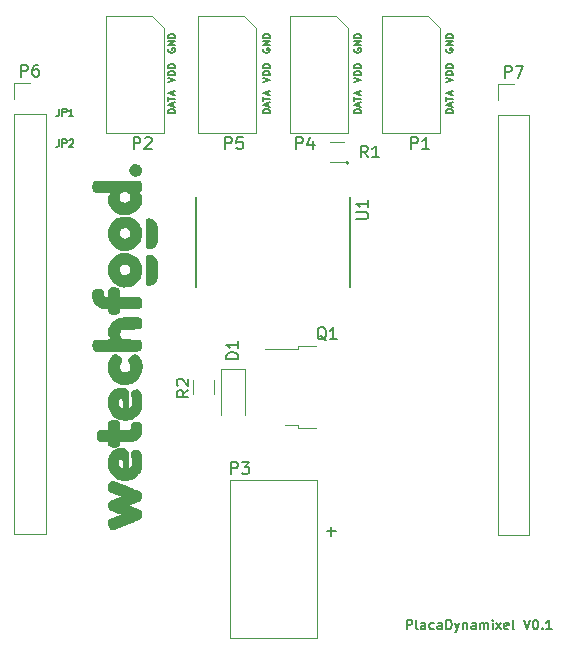
<source format=gto>
%TF.GenerationSoftware,KiCad,Pcbnew,5.1.5+dfsg1-2build2*%
%TF.CreationDate,2021-01-24T18:32:34+01:00*%
%TF.ProjectId,PlacaDynamixel,506c6163-6144-4796-9e61-6d6978656c2e,rev?*%
%TF.SameCoordinates,Original*%
%TF.FileFunction,Legend,Top*%
%TF.FilePolarity,Positive*%
%FSLAX46Y46*%
G04 Gerber Fmt 4.6, Leading zero omitted, Abs format (unit mm)*
G04 Created by KiCad (PCBNEW 5.1.5+dfsg1-2build2) date 2021-01-24 18:32:34*
%MOMM*%
%LPD*%
G04 APERTURE LIST*
%ADD10C,0.127000*%
%ADD11C,0.010000*%
%ADD12C,0.120000*%
%ADD13C,0.200000*%
%ADD14C,0.150000*%
G04 APERTURE END LIST*
D10*
X157135714Y-117611904D02*
X157135714Y-116811904D01*
X157440476Y-116811904D01*
X157516666Y-116850000D01*
X157554761Y-116888095D01*
X157592857Y-116964285D01*
X157592857Y-117078571D01*
X157554761Y-117154761D01*
X157516666Y-117192857D01*
X157440476Y-117230952D01*
X157135714Y-117230952D01*
X158050000Y-117611904D02*
X157973809Y-117573809D01*
X157935714Y-117497619D01*
X157935714Y-116811904D01*
X158697619Y-117611904D02*
X158697619Y-117192857D01*
X158659523Y-117116666D01*
X158583333Y-117078571D01*
X158430952Y-117078571D01*
X158354761Y-117116666D01*
X158697619Y-117573809D02*
X158621428Y-117611904D01*
X158430952Y-117611904D01*
X158354761Y-117573809D01*
X158316666Y-117497619D01*
X158316666Y-117421428D01*
X158354761Y-117345238D01*
X158430952Y-117307142D01*
X158621428Y-117307142D01*
X158697619Y-117269047D01*
X159421428Y-117573809D02*
X159345238Y-117611904D01*
X159192857Y-117611904D01*
X159116666Y-117573809D01*
X159078571Y-117535714D01*
X159040476Y-117459523D01*
X159040476Y-117230952D01*
X159078571Y-117154761D01*
X159116666Y-117116666D01*
X159192857Y-117078571D01*
X159345238Y-117078571D01*
X159421428Y-117116666D01*
X160107142Y-117611904D02*
X160107142Y-117192857D01*
X160069047Y-117116666D01*
X159992857Y-117078571D01*
X159840476Y-117078571D01*
X159764285Y-117116666D01*
X160107142Y-117573809D02*
X160030952Y-117611904D01*
X159840476Y-117611904D01*
X159764285Y-117573809D01*
X159726190Y-117497619D01*
X159726190Y-117421428D01*
X159764285Y-117345238D01*
X159840476Y-117307142D01*
X160030952Y-117307142D01*
X160107142Y-117269047D01*
X160488095Y-117611904D02*
X160488095Y-116811904D01*
X160678571Y-116811904D01*
X160792857Y-116850000D01*
X160869047Y-116926190D01*
X160907142Y-117002380D01*
X160945238Y-117154761D01*
X160945238Y-117269047D01*
X160907142Y-117421428D01*
X160869047Y-117497619D01*
X160792857Y-117573809D01*
X160678571Y-117611904D01*
X160488095Y-117611904D01*
X161211904Y-117078571D02*
X161402380Y-117611904D01*
X161592857Y-117078571D02*
X161402380Y-117611904D01*
X161326190Y-117802380D01*
X161288095Y-117840476D01*
X161211904Y-117878571D01*
X161897619Y-117078571D02*
X161897619Y-117611904D01*
X161897619Y-117154761D02*
X161935714Y-117116666D01*
X162011904Y-117078571D01*
X162126190Y-117078571D01*
X162202380Y-117116666D01*
X162240476Y-117192857D01*
X162240476Y-117611904D01*
X162964285Y-117611904D02*
X162964285Y-117192857D01*
X162926190Y-117116666D01*
X162850000Y-117078571D01*
X162697619Y-117078571D01*
X162621428Y-117116666D01*
X162964285Y-117573809D02*
X162888095Y-117611904D01*
X162697619Y-117611904D01*
X162621428Y-117573809D01*
X162583333Y-117497619D01*
X162583333Y-117421428D01*
X162621428Y-117345238D01*
X162697619Y-117307142D01*
X162888095Y-117307142D01*
X162964285Y-117269047D01*
X163345238Y-117611904D02*
X163345238Y-117078571D01*
X163345238Y-117154761D02*
X163383333Y-117116666D01*
X163459523Y-117078571D01*
X163573809Y-117078571D01*
X163650000Y-117116666D01*
X163688095Y-117192857D01*
X163688095Y-117611904D01*
X163688095Y-117192857D02*
X163726190Y-117116666D01*
X163802380Y-117078571D01*
X163916666Y-117078571D01*
X163992857Y-117116666D01*
X164030952Y-117192857D01*
X164030952Y-117611904D01*
X164411904Y-117611904D02*
X164411904Y-117078571D01*
X164411904Y-116811904D02*
X164373809Y-116850000D01*
X164411904Y-116888095D01*
X164450000Y-116850000D01*
X164411904Y-116811904D01*
X164411904Y-116888095D01*
X164716666Y-117611904D02*
X165135714Y-117078571D01*
X164716666Y-117078571D02*
X165135714Y-117611904D01*
X165745238Y-117573809D02*
X165669047Y-117611904D01*
X165516666Y-117611904D01*
X165440476Y-117573809D01*
X165402380Y-117497619D01*
X165402380Y-117192857D01*
X165440476Y-117116666D01*
X165516666Y-117078571D01*
X165669047Y-117078571D01*
X165745238Y-117116666D01*
X165783333Y-117192857D01*
X165783333Y-117269047D01*
X165402380Y-117345238D01*
X166240476Y-117611904D02*
X166164285Y-117573809D01*
X166126190Y-117497619D01*
X166126190Y-116811904D01*
X167040476Y-116811904D02*
X167307142Y-117611904D01*
X167573809Y-116811904D01*
X167992857Y-116811904D02*
X168069047Y-116811904D01*
X168145238Y-116850000D01*
X168183333Y-116888095D01*
X168221428Y-116964285D01*
X168259523Y-117116666D01*
X168259523Y-117307142D01*
X168221428Y-117459523D01*
X168183333Y-117535714D01*
X168145238Y-117573809D01*
X168069047Y-117611904D01*
X167992857Y-117611904D01*
X167916666Y-117573809D01*
X167878571Y-117535714D01*
X167840476Y-117459523D01*
X167802380Y-117307142D01*
X167802380Y-117116666D01*
X167840476Y-116964285D01*
X167878571Y-116888095D01*
X167916666Y-116850000D01*
X167992857Y-116811904D01*
X168602380Y-117535714D02*
X168640476Y-117573809D01*
X168602380Y-117611904D01*
X168564285Y-117573809D01*
X168602380Y-117535714D01*
X168602380Y-117611904D01*
X169402380Y-117611904D02*
X168945238Y-117611904D01*
X169173809Y-117611904D02*
X169173809Y-116811904D01*
X169097619Y-116926190D01*
X169021428Y-117002380D01*
X168945238Y-117040476D01*
X150369047Y-109321428D02*
X151130952Y-109321428D01*
X150750000Y-109702380D02*
X150750000Y-108940476D01*
X160450000Y-68457142D02*
X160421428Y-68514285D01*
X160421428Y-68600000D01*
X160450000Y-68685714D01*
X160507142Y-68742857D01*
X160564285Y-68771428D01*
X160678571Y-68800000D01*
X160764285Y-68800000D01*
X160878571Y-68771428D01*
X160935714Y-68742857D01*
X160992857Y-68685714D01*
X161021428Y-68600000D01*
X161021428Y-68542857D01*
X160992857Y-68457142D01*
X160964285Y-68428571D01*
X160764285Y-68428571D01*
X160764285Y-68542857D01*
X161021428Y-68171428D02*
X160421428Y-68171428D01*
X161021428Y-67828571D01*
X160421428Y-67828571D01*
X161021428Y-67542857D02*
X160421428Y-67542857D01*
X160421428Y-67400000D01*
X160450000Y-67314285D01*
X160507142Y-67257142D01*
X160564285Y-67228571D01*
X160678571Y-67200000D01*
X160764285Y-67200000D01*
X160878571Y-67228571D01*
X160935714Y-67257142D01*
X160992857Y-67314285D01*
X161021428Y-67400000D01*
X161021428Y-67542857D01*
X152700000Y-68457142D02*
X152671428Y-68514285D01*
X152671428Y-68600000D01*
X152700000Y-68685714D01*
X152757142Y-68742857D01*
X152814285Y-68771428D01*
X152928571Y-68800000D01*
X153014285Y-68800000D01*
X153128571Y-68771428D01*
X153185714Y-68742857D01*
X153242857Y-68685714D01*
X153271428Y-68600000D01*
X153271428Y-68542857D01*
X153242857Y-68457142D01*
X153214285Y-68428571D01*
X153014285Y-68428571D01*
X153014285Y-68542857D01*
X153271428Y-68171428D02*
X152671428Y-68171428D01*
X153271428Y-67828571D01*
X152671428Y-67828571D01*
X153271428Y-67542857D02*
X152671428Y-67542857D01*
X152671428Y-67400000D01*
X152700000Y-67314285D01*
X152757142Y-67257142D01*
X152814285Y-67228571D01*
X152928571Y-67200000D01*
X153014285Y-67200000D01*
X153128571Y-67228571D01*
X153185714Y-67257142D01*
X153242857Y-67314285D01*
X153271428Y-67400000D01*
X153271428Y-67542857D01*
X144950000Y-68457142D02*
X144921428Y-68514285D01*
X144921428Y-68600000D01*
X144950000Y-68685714D01*
X145007142Y-68742857D01*
X145064285Y-68771428D01*
X145178571Y-68800000D01*
X145264285Y-68800000D01*
X145378571Y-68771428D01*
X145435714Y-68742857D01*
X145492857Y-68685714D01*
X145521428Y-68600000D01*
X145521428Y-68542857D01*
X145492857Y-68457142D01*
X145464285Y-68428571D01*
X145264285Y-68428571D01*
X145264285Y-68542857D01*
X145521428Y-68171428D02*
X144921428Y-68171428D01*
X145521428Y-67828571D01*
X144921428Y-67828571D01*
X145521428Y-67542857D02*
X144921428Y-67542857D01*
X144921428Y-67400000D01*
X144950000Y-67314285D01*
X145007142Y-67257142D01*
X145064285Y-67228571D01*
X145178571Y-67200000D01*
X145264285Y-67200000D01*
X145378571Y-67228571D01*
X145435714Y-67257142D01*
X145492857Y-67314285D01*
X145521428Y-67400000D01*
X145521428Y-67542857D01*
X136950000Y-68457142D02*
X136921428Y-68514285D01*
X136921428Y-68600000D01*
X136950000Y-68685714D01*
X137007142Y-68742857D01*
X137064285Y-68771428D01*
X137178571Y-68800000D01*
X137264285Y-68800000D01*
X137378571Y-68771428D01*
X137435714Y-68742857D01*
X137492857Y-68685714D01*
X137521428Y-68600000D01*
X137521428Y-68542857D01*
X137492857Y-68457142D01*
X137464285Y-68428571D01*
X137264285Y-68428571D01*
X137264285Y-68542857D01*
X137521428Y-68171428D02*
X136921428Y-68171428D01*
X137521428Y-67828571D01*
X136921428Y-67828571D01*
X137521428Y-67542857D02*
X136921428Y-67542857D01*
X136921428Y-67400000D01*
X136950000Y-67314285D01*
X137007142Y-67257142D01*
X137064285Y-67228571D01*
X137178571Y-67200000D01*
X137264285Y-67200000D01*
X137378571Y-67228571D01*
X137435714Y-67257142D01*
X137492857Y-67314285D01*
X137521428Y-67400000D01*
X137521428Y-67542857D01*
X136921428Y-71300000D02*
X137521428Y-71100000D01*
X136921428Y-70900000D01*
X137521428Y-70700000D02*
X136921428Y-70700000D01*
X136921428Y-70557142D01*
X136950000Y-70471428D01*
X137007142Y-70414285D01*
X137064285Y-70385714D01*
X137178571Y-70357142D01*
X137264285Y-70357142D01*
X137378571Y-70385714D01*
X137435714Y-70414285D01*
X137492857Y-70471428D01*
X137521428Y-70557142D01*
X137521428Y-70700000D01*
X137521428Y-70100000D02*
X136921428Y-70100000D01*
X136921428Y-69957142D01*
X136950000Y-69871428D01*
X137007142Y-69814285D01*
X137064285Y-69785714D01*
X137178571Y-69757142D01*
X137264285Y-69757142D01*
X137378571Y-69785714D01*
X137435714Y-69814285D01*
X137492857Y-69871428D01*
X137521428Y-69957142D01*
X137521428Y-70100000D01*
X144921428Y-71300000D02*
X145521428Y-71100000D01*
X144921428Y-70900000D01*
X145521428Y-70700000D02*
X144921428Y-70700000D01*
X144921428Y-70557142D01*
X144950000Y-70471428D01*
X145007142Y-70414285D01*
X145064285Y-70385714D01*
X145178571Y-70357142D01*
X145264285Y-70357142D01*
X145378571Y-70385714D01*
X145435714Y-70414285D01*
X145492857Y-70471428D01*
X145521428Y-70557142D01*
X145521428Y-70700000D01*
X145521428Y-70100000D02*
X144921428Y-70100000D01*
X144921428Y-69957142D01*
X144950000Y-69871428D01*
X145007142Y-69814285D01*
X145064285Y-69785714D01*
X145178571Y-69757142D01*
X145264285Y-69757142D01*
X145378571Y-69785714D01*
X145435714Y-69814285D01*
X145492857Y-69871428D01*
X145521428Y-69957142D01*
X145521428Y-70100000D01*
X152671428Y-71300000D02*
X153271428Y-71100000D01*
X152671428Y-70900000D01*
X153271428Y-70700000D02*
X152671428Y-70700000D01*
X152671428Y-70557142D01*
X152700000Y-70471428D01*
X152757142Y-70414285D01*
X152814285Y-70385714D01*
X152928571Y-70357142D01*
X153014285Y-70357142D01*
X153128571Y-70385714D01*
X153185714Y-70414285D01*
X153242857Y-70471428D01*
X153271428Y-70557142D01*
X153271428Y-70700000D01*
X153271428Y-70100000D02*
X152671428Y-70100000D01*
X152671428Y-69957142D01*
X152700000Y-69871428D01*
X152757142Y-69814285D01*
X152814285Y-69785714D01*
X152928571Y-69757142D01*
X153014285Y-69757142D01*
X153128571Y-69785714D01*
X153185714Y-69814285D01*
X153242857Y-69871428D01*
X153271428Y-69957142D01*
X153271428Y-70100000D01*
X160421428Y-71300000D02*
X161021428Y-71100000D01*
X160421428Y-70900000D01*
X161021428Y-70700000D02*
X160421428Y-70700000D01*
X160421428Y-70557142D01*
X160450000Y-70471428D01*
X160507142Y-70414285D01*
X160564285Y-70385714D01*
X160678571Y-70357142D01*
X160764285Y-70357142D01*
X160878571Y-70385714D01*
X160935714Y-70414285D01*
X160992857Y-70471428D01*
X161021428Y-70557142D01*
X161021428Y-70700000D01*
X161021428Y-70100000D02*
X160421428Y-70100000D01*
X160421428Y-69957142D01*
X160450000Y-69871428D01*
X160507142Y-69814285D01*
X160564285Y-69785714D01*
X160678571Y-69757142D01*
X160764285Y-69757142D01*
X160878571Y-69785714D01*
X160935714Y-69814285D01*
X160992857Y-69871428D01*
X161021428Y-69957142D01*
X161021428Y-70100000D01*
X161021428Y-73900000D02*
X160421428Y-73900000D01*
X160421428Y-73757142D01*
X160450000Y-73671428D01*
X160507142Y-73614285D01*
X160564285Y-73585714D01*
X160678571Y-73557142D01*
X160764285Y-73557142D01*
X160878571Y-73585714D01*
X160935714Y-73614285D01*
X160992857Y-73671428D01*
X161021428Y-73757142D01*
X161021428Y-73900000D01*
X160850000Y-73328571D02*
X160850000Y-73042857D01*
X161021428Y-73385714D02*
X160421428Y-73185714D01*
X161021428Y-72985714D01*
X160421428Y-72871428D02*
X160421428Y-72528571D01*
X161021428Y-72700000D02*
X160421428Y-72700000D01*
X160850000Y-72357142D02*
X160850000Y-72071428D01*
X161021428Y-72414285D02*
X160421428Y-72214285D01*
X161021428Y-72014285D01*
X153271428Y-73900000D02*
X152671428Y-73900000D01*
X152671428Y-73757142D01*
X152700000Y-73671428D01*
X152757142Y-73614285D01*
X152814285Y-73585714D01*
X152928571Y-73557142D01*
X153014285Y-73557142D01*
X153128571Y-73585714D01*
X153185714Y-73614285D01*
X153242857Y-73671428D01*
X153271428Y-73757142D01*
X153271428Y-73900000D01*
X153100000Y-73328571D02*
X153100000Y-73042857D01*
X153271428Y-73385714D02*
X152671428Y-73185714D01*
X153271428Y-72985714D01*
X152671428Y-72871428D02*
X152671428Y-72528571D01*
X153271428Y-72700000D02*
X152671428Y-72700000D01*
X153100000Y-72357142D02*
X153100000Y-72071428D01*
X153271428Y-72414285D02*
X152671428Y-72214285D01*
X153271428Y-72014285D01*
X145521428Y-73900000D02*
X144921428Y-73900000D01*
X144921428Y-73757142D01*
X144950000Y-73671428D01*
X145007142Y-73614285D01*
X145064285Y-73585714D01*
X145178571Y-73557142D01*
X145264285Y-73557142D01*
X145378571Y-73585714D01*
X145435714Y-73614285D01*
X145492857Y-73671428D01*
X145521428Y-73757142D01*
X145521428Y-73900000D01*
X145350000Y-73328571D02*
X145350000Y-73042857D01*
X145521428Y-73385714D02*
X144921428Y-73185714D01*
X145521428Y-72985714D01*
X144921428Y-72871428D02*
X144921428Y-72528571D01*
X145521428Y-72700000D02*
X144921428Y-72700000D01*
X145350000Y-72357142D02*
X145350000Y-72071428D01*
X145521428Y-72414285D02*
X144921428Y-72214285D01*
X145521428Y-72014285D01*
X137521428Y-73900000D02*
X136921428Y-73900000D01*
X136921428Y-73757142D01*
X136950000Y-73671428D01*
X137007142Y-73614285D01*
X137064285Y-73585714D01*
X137178571Y-73557142D01*
X137264285Y-73557142D01*
X137378571Y-73585714D01*
X137435714Y-73614285D01*
X137492857Y-73671428D01*
X137521428Y-73757142D01*
X137521428Y-73900000D01*
X137350000Y-73328571D02*
X137350000Y-73042857D01*
X137521428Y-73385714D02*
X136921428Y-73185714D01*
X137521428Y-72985714D01*
X136921428Y-72871428D02*
X136921428Y-72528571D01*
X137521428Y-72700000D02*
X136921428Y-72700000D01*
X137350000Y-72357142D02*
X137350000Y-72071428D01*
X137521428Y-72414285D02*
X136921428Y-72214285D01*
X137521428Y-72014285D01*
D11*
G36*
X133657422Y-78616828D02*
G01*
X133689548Y-78516411D01*
X133722365Y-78455358D01*
X133770017Y-78397955D01*
X133835227Y-78342525D01*
X133910378Y-78294380D01*
X133987848Y-78258832D01*
X134017906Y-78249296D01*
X134123378Y-78233339D01*
X134228346Y-78240958D01*
X134329132Y-78270527D01*
X134422061Y-78320422D01*
X134503458Y-78389016D01*
X134569646Y-78474685D01*
X134583921Y-78499575D01*
X134604729Y-78540770D01*
X134617854Y-78575676D01*
X134625343Y-78613079D01*
X134629242Y-78661766D01*
X134630725Y-78700500D01*
X134630940Y-78775155D01*
X134625772Y-78831478D01*
X134614592Y-78876087D01*
X134613826Y-78878232D01*
X134569868Y-78966522D01*
X134506213Y-79049504D01*
X134428553Y-79121077D01*
X134342578Y-79175138D01*
X134332418Y-79179955D01*
X134244270Y-79208405D01*
X134147182Y-79219807D01*
X134051585Y-79213390D01*
X134009438Y-79203798D01*
X133937955Y-79175119D01*
X133864149Y-79132219D01*
X133796692Y-79080996D01*
X133744258Y-79027345D01*
X133738110Y-79019297D01*
X133686840Y-78928613D01*
X133656208Y-78827955D01*
X133646356Y-78722352D01*
X133657422Y-78616828D01*
G37*
X133657422Y-78616828D02*
X133689548Y-78516411D01*
X133722365Y-78455358D01*
X133770017Y-78397955D01*
X133835227Y-78342525D01*
X133910378Y-78294380D01*
X133987848Y-78258832D01*
X134017906Y-78249296D01*
X134123378Y-78233339D01*
X134228346Y-78240958D01*
X134329132Y-78270527D01*
X134422061Y-78320422D01*
X134503458Y-78389016D01*
X134569646Y-78474685D01*
X134583921Y-78499575D01*
X134604729Y-78540770D01*
X134617854Y-78575676D01*
X134625343Y-78613079D01*
X134629242Y-78661766D01*
X134630725Y-78700500D01*
X134630940Y-78775155D01*
X134625772Y-78831478D01*
X134614592Y-78876087D01*
X134613826Y-78878232D01*
X134569868Y-78966522D01*
X134506213Y-79049504D01*
X134428553Y-79121077D01*
X134342578Y-79175138D01*
X134332418Y-79179955D01*
X134244270Y-79208405D01*
X134147182Y-79219807D01*
X134051585Y-79213390D01*
X134009438Y-79203798D01*
X133937955Y-79175119D01*
X133864149Y-79132219D01*
X133796692Y-79080996D01*
X133744258Y-79027345D01*
X133738110Y-79019297D01*
X133686840Y-78928613D01*
X133656208Y-78827955D01*
X133646356Y-78722352D01*
X133657422Y-78616828D01*
G36*
X131833899Y-83978849D02*
G01*
X131858978Y-83800397D01*
X131907105Y-83625434D01*
X131978271Y-83456303D01*
X132059433Y-83314945D01*
X132173202Y-83162388D01*
X132302625Y-83028059D01*
X132445922Y-82913279D01*
X132601313Y-82819372D01*
X132767017Y-82747659D01*
X132863556Y-82717712D01*
X132909861Y-82705812D01*
X132950487Y-82697065D01*
X132990770Y-82690988D01*
X133036043Y-82687093D01*
X133091641Y-82684894D01*
X133162899Y-82683906D01*
X133237300Y-82683657D01*
X133325413Y-82683810D01*
X133393396Y-82684805D01*
X133446513Y-82687110D01*
X133490032Y-82691190D01*
X133529216Y-82697513D01*
X133569334Y-82706546D01*
X133607118Y-82716437D01*
X133775511Y-82774661D01*
X133936480Y-82855125D01*
X134087081Y-82955441D01*
X134224365Y-83073221D01*
X134345386Y-83206074D01*
X134447198Y-83351613D01*
X134493220Y-83434775D01*
X134557320Y-83585757D01*
X134604822Y-83748737D01*
X134634822Y-83917736D01*
X134646416Y-84086776D01*
X134638697Y-84249878D01*
X134627861Y-84324335D01*
X134582184Y-84506098D01*
X134512955Y-84680678D01*
X134421632Y-84845330D01*
X134309671Y-84997309D01*
X134217871Y-85096586D01*
X134146646Y-85160828D01*
X134063252Y-85226642D01*
X133974793Y-85289047D01*
X133888371Y-85343062D01*
X133811090Y-85383705D01*
X133803768Y-85387006D01*
X133644275Y-85444563D01*
X133474817Y-85481889D01*
X133299687Y-85499066D01*
X133237300Y-85498045D01*
X133237300Y-84535873D01*
X133295807Y-84534614D01*
X133339506Y-84529393D01*
X133378923Y-84518045D01*
X133424586Y-84498404D01*
X133428584Y-84496523D01*
X133524993Y-84437958D01*
X133606022Y-84361973D01*
X133668761Y-84272039D01*
X133710302Y-84171626D01*
X133714705Y-84155150D01*
X133727133Y-84095957D01*
X133730753Y-84046332D01*
X133725900Y-83993077D01*
X133719710Y-83957303D01*
X133687955Y-83856166D01*
X133634048Y-83765165D01*
X133560107Y-83686936D01*
X133468250Y-83624117D01*
X133441284Y-83610439D01*
X133398399Y-83591353D01*
X133362253Y-83579610D01*
X133323853Y-83573468D01*
X133274211Y-83571189D01*
X133237300Y-83570950D01*
X133178308Y-83571677D01*
X133135872Y-83575080D01*
X133101159Y-83582994D01*
X133065340Y-83597253D01*
X133031434Y-83613718D01*
X132945792Y-83667486D01*
X132871113Y-83735451D01*
X132812560Y-83812210D01*
X132780991Y-83875800D01*
X132766805Y-83918162D01*
X132758756Y-83957667D01*
X132755749Y-84003318D01*
X132756690Y-84064119D01*
X132757022Y-84073024D01*
X132760813Y-84137324D01*
X132767525Y-84185059D01*
X132778966Y-84225041D01*
X132796467Y-84265105D01*
X132847060Y-84342876D01*
X132917602Y-84414159D01*
X133002685Y-84473919D01*
X133043963Y-84495563D01*
X133091320Y-84516357D01*
X133130987Y-84528529D01*
X133173576Y-84534293D01*
X133229703Y-84535862D01*
X133237300Y-84535873D01*
X133237300Y-85498045D01*
X133123177Y-85496175D01*
X132949578Y-85473299D01*
X132783181Y-85430519D01*
X132628280Y-85367917D01*
X132621350Y-85364486D01*
X132465011Y-85272208D01*
X132320549Y-85157510D01*
X132188045Y-85020470D01*
X132067585Y-84861164D01*
X132054486Y-84841387D01*
X131964213Y-84680656D01*
X131897025Y-84511692D01*
X131852915Y-84336840D01*
X131831876Y-84158444D01*
X131833899Y-83978849D01*
G37*
X131833899Y-83978849D02*
X131858978Y-83800397D01*
X131907105Y-83625434D01*
X131978271Y-83456303D01*
X132059433Y-83314945D01*
X132173202Y-83162388D01*
X132302625Y-83028059D01*
X132445922Y-82913279D01*
X132601313Y-82819372D01*
X132767017Y-82747659D01*
X132863556Y-82717712D01*
X132909861Y-82705812D01*
X132950487Y-82697065D01*
X132990770Y-82690988D01*
X133036043Y-82687093D01*
X133091641Y-82684894D01*
X133162899Y-82683906D01*
X133237300Y-82683657D01*
X133325413Y-82683810D01*
X133393396Y-82684805D01*
X133446513Y-82687110D01*
X133490032Y-82691190D01*
X133529216Y-82697513D01*
X133569334Y-82706546D01*
X133607118Y-82716437D01*
X133775511Y-82774661D01*
X133936480Y-82855125D01*
X134087081Y-82955441D01*
X134224365Y-83073221D01*
X134345386Y-83206074D01*
X134447198Y-83351613D01*
X134493220Y-83434775D01*
X134557320Y-83585757D01*
X134604822Y-83748737D01*
X134634822Y-83917736D01*
X134646416Y-84086776D01*
X134638697Y-84249878D01*
X134627861Y-84324335D01*
X134582184Y-84506098D01*
X134512955Y-84680678D01*
X134421632Y-84845330D01*
X134309671Y-84997309D01*
X134217871Y-85096586D01*
X134146646Y-85160828D01*
X134063252Y-85226642D01*
X133974793Y-85289047D01*
X133888371Y-85343062D01*
X133811090Y-85383705D01*
X133803768Y-85387006D01*
X133644275Y-85444563D01*
X133474817Y-85481889D01*
X133299687Y-85499066D01*
X133237300Y-85498045D01*
X133237300Y-84535873D01*
X133295807Y-84534614D01*
X133339506Y-84529393D01*
X133378923Y-84518045D01*
X133424586Y-84498404D01*
X133428584Y-84496523D01*
X133524993Y-84437958D01*
X133606022Y-84361973D01*
X133668761Y-84272039D01*
X133710302Y-84171626D01*
X133714705Y-84155150D01*
X133727133Y-84095957D01*
X133730753Y-84046332D01*
X133725900Y-83993077D01*
X133719710Y-83957303D01*
X133687955Y-83856166D01*
X133634048Y-83765165D01*
X133560107Y-83686936D01*
X133468250Y-83624117D01*
X133441284Y-83610439D01*
X133398399Y-83591353D01*
X133362253Y-83579610D01*
X133323853Y-83573468D01*
X133274211Y-83571189D01*
X133237300Y-83570950D01*
X133178308Y-83571677D01*
X133135872Y-83575080D01*
X133101159Y-83582994D01*
X133065340Y-83597253D01*
X133031434Y-83613718D01*
X132945792Y-83667486D01*
X132871113Y-83735451D01*
X132812560Y-83812210D01*
X132780991Y-83875800D01*
X132766805Y-83918162D01*
X132758756Y-83957667D01*
X132755749Y-84003318D01*
X132756690Y-84064119D01*
X132757022Y-84073024D01*
X132760813Y-84137324D01*
X132767525Y-84185059D01*
X132778966Y-84225041D01*
X132796467Y-84265105D01*
X132847060Y-84342876D01*
X132917602Y-84414159D01*
X133002685Y-84473919D01*
X133043963Y-84495563D01*
X133091320Y-84516357D01*
X133130987Y-84528529D01*
X133173576Y-84534293D01*
X133229703Y-84535862D01*
X133237300Y-84535873D01*
X133237300Y-85498045D01*
X133123177Y-85496175D01*
X132949578Y-85473299D01*
X132783181Y-85430519D01*
X132628280Y-85367917D01*
X132621350Y-85364486D01*
X132465011Y-85272208D01*
X132320549Y-85157510D01*
X132188045Y-85020470D01*
X132067585Y-84861164D01*
X132054486Y-84841387D01*
X131964213Y-84680656D01*
X131897025Y-84511692D01*
X131852915Y-84336840D01*
X131831876Y-84158444D01*
X131833899Y-83978849D01*
G36*
X131841715Y-86998464D02*
G01*
X131873078Y-86825159D01*
X131924384Y-86660296D01*
X131973611Y-86549100D01*
X132041783Y-86431514D01*
X132126850Y-86311795D01*
X132222502Y-86198146D01*
X132314859Y-86105602D01*
X132454920Y-85994909D01*
X132608327Y-85905089D01*
X132773228Y-85836663D01*
X132947771Y-85790154D01*
X133130105Y-85766083D01*
X133318377Y-85764971D01*
X133469094Y-85780518D01*
X133646163Y-85819764D01*
X133815139Y-85881963D01*
X133973989Y-85965402D01*
X134120680Y-86068367D01*
X134253180Y-86189147D01*
X134369455Y-86326027D01*
X134467474Y-86477294D01*
X134545202Y-86641235D01*
X134569467Y-86707906D01*
X134614242Y-86875030D01*
X134639917Y-87048023D01*
X134645974Y-87220471D01*
X134631894Y-87385954D01*
X134626720Y-87417079D01*
X134581424Y-87597592D01*
X134513023Y-87769904D01*
X134423049Y-87931991D01*
X134313035Y-88081831D01*
X134184512Y-88217401D01*
X134039013Y-88336676D01*
X133878070Y-88437636D01*
X133837861Y-88458641D01*
X133691592Y-88519042D01*
X133532246Y-88561057D01*
X133364440Y-88584525D01*
X133258460Y-88587463D01*
X133258460Y-87626697D01*
X133360438Y-87610007D01*
X133459240Y-87569967D01*
X133552012Y-87506440D01*
X133564572Y-87495470D01*
X133617521Y-87437177D01*
X133665260Y-87365249D01*
X133702043Y-87289439D01*
X133719845Y-87231953D01*
X133727241Y-87153290D01*
X133720697Y-87065960D01*
X133701559Y-86981579D01*
X133685965Y-86940210D01*
X133645614Y-86872931D01*
X133587592Y-86805811D01*
X133518771Y-86745558D01*
X133446019Y-86698878D01*
X133431371Y-86691654D01*
X133389862Y-86674202D01*
X133351611Y-86663804D01*
X133307253Y-86658748D01*
X133247422Y-86657321D01*
X133243650Y-86657313D01*
X133184706Y-86658241D01*
X133141393Y-86662497D01*
X133103976Y-86672045D01*
X133062721Y-86688845D01*
X133043963Y-86697563D01*
X132953652Y-86750947D01*
X132875636Y-86818209D01*
X132815287Y-86894345D01*
X132796129Y-86928519D01*
X132780348Y-86962964D01*
X132770141Y-86993843D01*
X132764316Y-87028325D01*
X132761683Y-87073581D01*
X132761050Y-87136781D01*
X132761050Y-87139650D01*
X132763775Y-87225372D01*
X132773585Y-87293016D01*
X132792929Y-87349478D01*
X132824257Y-87401655D01*
X132870018Y-87456441D01*
X132875799Y-87462668D01*
X132961974Y-87538022D01*
X133056376Y-87590569D01*
X133156155Y-87620173D01*
X133258460Y-87626697D01*
X133258460Y-88587463D01*
X133192791Y-88589284D01*
X133021914Y-88575173D01*
X132856427Y-88542031D01*
X132720652Y-88497679D01*
X132566308Y-88423631D01*
X132420365Y-88327668D01*
X132285228Y-88212558D01*
X132163297Y-88081067D01*
X132056975Y-87935963D01*
X131968666Y-87780012D01*
X131900771Y-87615980D01*
X131872322Y-87520691D01*
X131840833Y-87351065D01*
X131830798Y-87175378D01*
X131841715Y-86998464D01*
G37*
X131841715Y-86998464D02*
X131873078Y-86825159D01*
X131924384Y-86660296D01*
X131973611Y-86549100D01*
X132041783Y-86431514D01*
X132126850Y-86311795D01*
X132222502Y-86198146D01*
X132314859Y-86105602D01*
X132454920Y-85994909D01*
X132608327Y-85905089D01*
X132773228Y-85836663D01*
X132947771Y-85790154D01*
X133130105Y-85766083D01*
X133318377Y-85764971D01*
X133469094Y-85780518D01*
X133646163Y-85819764D01*
X133815139Y-85881963D01*
X133973989Y-85965402D01*
X134120680Y-86068367D01*
X134253180Y-86189147D01*
X134369455Y-86326027D01*
X134467474Y-86477294D01*
X134545202Y-86641235D01*
X134569467Y-86707906D01*
X134614242Y-86875030D01*
X134639917Y-87048023D01*
X134645974Y-87220471D01*
X134631894Y-87385954D01*
X134626720Y-87417079D01*
X134581424Y-87597592D01*
X134513023Y-87769904D01*
X134423049Y-87931991D01*
X134313035Y-88081831D01*
X134184512Y-88217401D01*
X134039013Y-88336676D01*
X133878070Y-88437636D01*
X133837861Y-88458641D01*
X133691592Y-88519042D01*
X133532246Y-88561057D01*
X133364440Y-88584525D01*
X133258460Y-88587463D01*
X133258460Y-87626697D01*
X133360438Y-87610007D01*
X133459240Y-87569967D01*
X133552012Y-87506440D01*
X133564572Y-87495470D01*
X133617521Y-87437177D01*
X133665260Y-87365249D01*
X133702043Y-87289439D01*
X133719845Y-87231953D01*
X133727241Y-87153290D01*
X133720697Y-87065960D01*
X133701559Y-86981579D01*
X133685965Y-86940210D01*
X133645614Y-86872931D01*
X133587592Y-86805811D01*
X133518771Y-86745558D01*
X133446019Y-86698878D01*
X133431371Y-86691654D01*
X133389862Y-86674202D01*
X133351611Y-86663804D01*
X133307253Y-86658748D01*
X133247422Y-86657321D01*
X133243650Y-86657313D01*
X133184706Y-86658241D01*
X133141393Y-86662497D01*
X133103976Y-86672045D01*
X133062721Y-86688845D01*
X133043963Y-86697563D01*
X132953652Y-86750947D01*
X132875636Y-86818209D01*
X132815287Y-86894345D01*
X132796129Y-86928519D01*
X132780348Y-86962964D01*
X132770141Y-86993843D01*
X132764316Y-87028325D01*
X132761683Y-87073581D01*
X132761050Y-87136781D01*
X132761050Y-87139650D01*
X132763775Y-87225372D01*
X132773585Y-87293016D01*
X132792929Y-87349478D01*
X132824257Y-87401655D01*
X132870018Y-87456441D01*
X132875799Y-87462668D01*
X132961974Y-87538022D01*
X133056376Y-87590569D01*
X133156155Y-87620173D01*
X133258460Y-87626697D01*
X133258460Y-88587463D01*
X133192791Y-88589284D01*
X133021914Y-88575173D01*
X132856427Y-88542031D01*
X132720652Y-88497679D01*
X132566308Y-88423631D01*
X132420365Y-88327668D01*
X132285228Y-88212558D01*
X132163297Y-88081067D01*
X132056975Y-87935963D01*
X131968666Y-87780012D01*
X131900771Y-87615980D01*
X131872322Y-87520691D01*
X131840833Y-87351065D01*
X131830798Y-87175378D01*
X131841715Y-86998464D01*
G36*
X130519384Y-79971523D02*
G01*
X130533537Y-79878946D01*
X130554020Y-79807227D01*
X130583354Y-79752110D01*
X130624062Y-79709340D01*
X130678666Y-79674661D01*
X130701968Y-79663447D01*
X130767150Y-79633950D01*
X134399350Y-79633950D01*
X134472758Y-79669997D01*
X134520412Y-79696943D01*
X134553314Y-79726484D01*
X134581301Y-79767576D01*
X134582767Y-79770129D01*
X134611000Y-79836065D01*
X134632716Y-79920284D01*
X134647049Y-80016304D01*
X134653135Y-80117644D01*
X134650109Y-80217823D01*
X134646855Y-80250438D01*
X134636753Y-80305862D01*
X134621141Y-80361569D01*
X134608642Y-80393661D01*
X134576614Y-80445202D01*
X134533560Y-80492514D01*
X134486381Y-80529172D01*
X134442063Y-80548732D01*
X134405205Y-80556827D01*
X134469011Y-80637013D01*
X134545870Y-80752145D01*
X134600772Y-80877420D01*
X134634257Y-81014491D01*
X134646864Y-81165013D01*
X134647000Y-81183350D01*
X134634478Y-81346292D01*
X134597176Y-81505051D01*
X134535486Y-81658833D01*
X134449798Y-81806845D01*
X134340507Y-81948292D01*
X134208002Y-82082382D01*
X134198900Y-82090553D01*
X134044461Y-82212499D01*
X133881321Y-82310653D01*
X133709100Y-82385222D01*
X133592566Y-82421022D01*
X133508810Y-82437760D01*
X133408394Y-82449821D01*
X133299695Y-82456809D01*
X133237194Y-82457682D01*
X133237194Y-81488150D01*
X133296636Y-81487392D01*
X133339533Y-81483925D01*
X133374725Y-81475964D01*
X133411050Y-81461720D01*
X133442873Y-81446569D01*
X133530675Y-81390968D01*
X133606761Y-81318326D01*
X133667169Y-81233628D01*
X133707939Y-81141858D01*
X133718914Y-81099127D01*
X133728994Y-81031644D01*
X133728891Y-80973082D01*
X133718350Y-80908985D01*
X133715321Y-80895728D01*
X133679046Y-80795597D01*
X133620663Y-80706839D01*
X133541476Y-80630973D01*
X133442787Y-80569515D01*
X133430081Y-80563362D01*
X133381219Y-80542079D01*
X133340430Y-80530074D01*
X133296229Y-80524934D01*
X133243650Y-80524184D01*
X133138423Y-80534168D01*
X133044699Y-80563942D01*
X132955487Y-80615887D01*
X132939415Y-80627740D01*
X132861693Y-80697760D01*
X132806420Y-80774167D01*
X132772055Y-80860412D01*
X132757058Y-80959945D01*
X132757091Y-81036052D01*
X132773399Y-81147060D01*
X132810988Y-81244333D01*
X132870077Y-81328199D01*
X132950887Y-81398985D01*
X133033193Y-81447343D01*
X133075140Y-81466875D01*
X133110021Y-81478961D01*
X133146619Y-81485358D01*
X133193721Y-81487823D01*
X133237194Y-81488150D01*
X133237194Y-82457682D01*
X133191091Y-82458326D01*
X133090960Y-82453973D01*
X133032956Y-82447599D01*
X132855623Y-82409682D01*
X132687010Y-82348835D01*
X132526238Y-82264587D01*
X132372428Y-82156466D01*
X132224704Y-82024000D01*
X132202607Y-82001580D01*
X132085609Y-81869220D01*
X131992743Y-81737246D01*
X131922904Y-81603161D01*
X131874987Y-81464467D01*
X131847890Y-81318665D01*
X131840388Y-81182207D01*
X131847559Y-81043702D01*
X131870130Y-80922574D01*
X131909409Y-80815070D01*
X131966707Y-80717435D01*
X132028992Y-80641087D01*
X132097035Y-80567400D01*
X131442094Y-80567400D01*
X131296173Y-80567373D01*
X131173373Y-80567232D01*
X131071415Y-80566894D01*
X130988021Y-80566272D01*
X130920911Y-80565281D01*
X130867807Y-80563836D01*
X130826430Y-80561851D01*
X130794501Y-80559240D01*
X130769741Y-80555918D01*
X130749871Y-80551800D01*
X130732613Y-80546801D01*
X130715688Y-80540834D01*
X130713651Y-80540078D01*
X130665906Y-80517765D01*
X130621977Y-80489692D01*
X130600896Y-80471467D01*
X130567188Y-80420814D01*
X130540846Y-80349805D01*
X130522547Y-80262588D01*
X130512967Y-80163309D01*
X130512782Y-80056116D01*
X130519384Y-79971523D01*
G37*
X130519384Y-79971523D02*
X130533537Y-79878946D01*
X130554020Y-79807227D01*
X130583354Y-79752110D01*
X130624062Y-79709340D01*
X130678666Y-79674661D01*
X130701968Y-79663447D01*
X130767150Y-79633950D01*
X134399350Y-79633950D01*
X134472758Y-79669997D01*
X134520412Y-79696943D01*
X134553314Y-79726484D01*
X134581301Y-79767576D01*
X134582767Y-79770129D01*
X134611000Y-79836065D01*
X134632716Y-79920284D01*
X134647049Y-80016304D01*
X134653135Y-80117644D01*
X134650109Y-80217823D01*
X134646855Y-80250438D01*
X134636753Y-80305862D01*
X134621141Y-80361569D01*
X134608642Y-80393661D01*
X134576614Y-80445202D01*
X134533560Y-80492514D01*
X134486381Y-80529172D01*
X134442063Y-80548732D01*
X134405205Y-80556827D01*
X134469011Y-80637013D01*
X134545870Y-80752145D01*
X134600772Y-80877420D01*
X134634257Y-81014491D01*
X134646864Y-81165013D01*
X134647000Y-81183350D01*
X134634478Y-81346292D01*
X134597176Y-81505051D01*
X134535486Y-81658833D01*
X134449798Y-81806845D01*
X134340507Y-81948292D01*
X134208002Y-82082382D01*
X134198900Y-82090553D01*
X134044461Y-82212499D01*
X133881321Y-82310653D01*
X133709100Y-82385222D01*
X133592566Y-82421022D01*
X133508810Y-82437760D01*
X133408394Y-82449821D01*
X133299695Y-82456809D01*
X133237194Y-82457682D01*
X133237194Y-81488150D01*
X133296636Y-81487392D01*
X133339533Y-81483925D01*
X133374725Y-81475964D01*
X133411050Y-81461720D01*
X133442873Y-81446569D01*
X133530675Y-81390968D01*
X133606761Y-81318326D01*
X133667169Y-81233628D01*
X133707939Y-81141858D01*
X133718914Y-81099127D01*
X133728994Y-81031644D01*
X133728891Y-80973082D01*
X133718350Y-80908985D01*
X133715321Y-80895728D01*
X133679046Y-80795597D01*
X133620663Y-80706839D01*
X133541476Y-80630973D01*
X133442787Y-80569515D01*
X133430081Y-80563362D01*
X133381219Y-80542079D01*
X133340430Y-80530074D01*
X133296229Y-80524934D01*
X133243650Y-80524184D01*
X133138423Y-80534168D01*
X133044699Y-80563942D01*
X132955487Y-80615887D01*
X132939415Y-80627740D01*
X132861693Y-80697760D01*
X132806420Y-80774167D01*
X132772055Y-80860412D01*
X132757058Y-80959945D01*
X132757091Y-81036052D01*
X132773399Y-81147060D01*
X132810988Y-81244333D01*
X132870077Y-81328199D01*
X132950887Y-81398985D01*
X133033193Y-81447343D01*
X133075140Y-81466875D01*
X133110021Y-81478961D01*
X133146619Y-81485358D01*
X133193721Y-81487823D01*
X133237194Y-81488150D01*
X133237194Y-82457682D01*
X133191091Y-82458326D01*
X133090960Y-82453973D01*
X133032956Y-82447599D01*
X132855623Y-82409682D01*
X132687010Y-82348835D01*
X132526238Y-82264587D01*
X132372428Y-82156466D01*
X132224704Y-82024000D01*
X132202607Y-82001580D01*
X132085609Y-81869220D01*
X131992743Y-81737246D01*
X131922904Y-81603161D01*
X131874987Y-81464467D01*
X131847890Y-81318665D01*
X131840388Y-81182207D01*
X131847559Y-81043702D01*
X131870130Y-80922574D01*
X131909409Y-80815070D01*
X131966707Y-80717435D01*
X132028992Y-80641087D01*
X132097035Y-80567400D01*
X131442094Y-80567400D01*
X131296173Y-80567373D01*
X131173373Y-80567232D01*
X131071415Y-80566894D01*
X130988021Y-80566272D01*
X130920911Y-80565281D01*
X130867807Y-80563836D01*
X130826430Y-80561851D01*
X130794501Y-80559240D01*
X130769741Y-80555918D01*
X130749871Y-80551800D01*
X130732613Y-80546801D01*
X130715688Y-80540834D01*
X130713651Y-80540078D01*
X130665906Y-80517765D01*
X130621977Y-80489692D01*
X130600896Y-80471467D01*
X130567188Y-80420814D01*
X130540846Y-80349805D01*
X130522547Y-80262588D01*
X130512967Y-80163309D01*
X130512782Y-80056116D01*
X130519384Y-79971523D01*
G36*
X130509049Y-89221057D02*
G01*
X130511164Y-89146649D01*
X130513815Y-89092335D01*
X130517821Y-89052809D01*
X130524000Y-89022765D01*
X130533172Y-88996899D01*
X130546156Y-88969905D01*
X130548534Y-88965334D01*
X130583328Y-88912728D01*
X130624085Y-88872155D01*
X130631720Y-88866719D01*
X130694929Y-88836482D01*
X130776190Y-88814919D01*
X130869679Y-88802042D01*
X130969573Y-88797859D01*
X131070048Y-88802381D01*
X131165280Y-88815619D01*
X131249445Y-88837582D01*
X131312156Y-88865538D01*
X131364972Y-88909712D01*
X131401763Y-88963643D01*
X131416769Y-88993082D01*
X131427377Y-89020717D01*
X131434659Y-89052339D01*
X131439689Y-89093736D01*
X131443542Y-89150698D01*
X131446104Y-89202719D01*
X131451113Y-89291546D01*
X131458923Y-89358163D01*
X131472624Y-89405761D01*
X131495304Y-89437528D01*
X131530053Y-89456652D01*
X131579959Y-89466325D01*
X131648113Y-89469733D01*
X131705098Y-89470100D01*
X131869044Y-89470100D01*
X131861153Y-89416125D01*
X131853785Y-89351881D01*
X131848280Y-89276230D01*
X131844743Y-89195211D01*
X131843278Y-89114864D01*
X131843989Y-89041227D01*
X131846981Y-88980341D01*
X131852358Y-88938244D01*
X131852855Y-88936035D01*
X131883255Y-88842892D01*
X131926151Y-88771084D01*
X131982761Y-88719182D01*
X132054304Y-88685762D01*
X132070697Y-88681123D01*
X132124827Y-88671657D01*
X132195172Y-88665686D01*
X132275016Y-88663125D01*
X132357641Y-88663889D01*
X132436330Y-88667893D01*
X132504366Y-88675052D01*
X132555033Y-88685283D01*
X132561419Y-88687315D01*
X132624157Y-88714142D01*
X132674695Y-88748655D01*
X132713982Y-88793322D01*
X132742964Y-88850611D01*
X132762591Y-88922989D01*
X132773808Y-89012924D01*
X132777565Y-89122883D01*
X132775238Y-89244065D01*
X132766947Y-89468879D01*
X133576798Y-89472665D01*
X134386650Y-89476450D01*
X134458687Y-89505569D01*
X134528432Y-89544302D01*
X134586011Y-89596991D01*
X134625854Y-89658064D01*
X134635065Y-89681927D01*
X134640277Y-89710615D01*
X134645099Y-89758601D01*
X134649316Y-89820010D01*
X134652714Y-89888967D01*
X134655078Y-89959598D01*
X134656191Y-90026028D01*
X134655840Y-90082383D01*
X134653809Y-90122789D01*
X134651715Y-90136850D01*
X134626188Y-90220096D01*
X134594456Y-90283244D01*
X134552593Y-90331495D01*
X134496674Y-90370050D01*
X134462850Y-90387025D01*
X134399350Y-90416250D01*
X132770108Y-90423646D01*
X132765309Y-90565998D01*
X132758633Y-90659529D01*
X132744038Y-90732036D01*
X132719021Y-90787311D01*
X132681082Y-90829145D01*
X132627719Y-90861330D01*
X132556432Y-90887657D01*
X132552297Y-90888904D01*
X132499305Y-90899626D01*
X132429384Y-90906613D01*
X132349833Y-90909868D01*
X132267952Y-90909394D01*
X132191038Y-90905193D01*
X132126392Y-90897268D01*
X132089889Y-90888734D01*
X132005524Y-90850948D01*
X131939838Y-90798788D01*
X131903168Y-90749451D01*
X131888672Y-90720092D01*
X131879008Y-90688633D01*
X131872909Y-90648308D01*
X131869109Y-90592353D01*
X131867829Y-90560780D01*
X131863003Y-90425909D01*
X131632576Y-90419308D01*
X131545045Y-90416389D01*
X131477303Y-90412882D01*
X131423736Y-90408134D01*
X131378735Y-90401491D01*
X131336686Y-90392297D01*
X131291979Y-90379899D01*
X131290295Y-90379398D01*
X131138979Y-90322634D01*
X130998991Y-90246808D01*
X130872659Y-90154074D01*
X130762308Y-90046582D01*
X130670268Y-89926486D01*
X130598864Y-89795936D01*
X130565476Y-89709145D01*
X130538713Y-89612941D01*
X130520717Y-89513729D01*
X130510760Y-89405213D01*
X130508113Y-89281097D01*
X130509049Y-89221057D01*
G37*
X130509049Y-89221057D02*
X130511164Y-89146649D01*
X130513815Y-89092335D01*
X130517821Y-89052809D01*
X130524000Y-89022765D01*
X130533172Y-88996899D01*
X130546156Y-88969905D01*
X130548534Y-88965334D01*
X130583328Y-88912728D01*
X130624085Y-88872155D01*
X130631720Y-88866719D01*
X130694929Y-88836482D01*
X130776190Y-88814919D01*
X130869679Y-88802042D01*
X130969573Y-88797859D01*
X131070048Y-88802381D01*
X131165280Y-88815619D01*
X131249445Y-88837582D01*
X131312156Y-88865538D01*
X131364972Y-88909712D01*
X131401763Y-88963643D01*
X131416769Y-88993082D01*
X131427377Y-89020717D01*
X131434659Y-89052339D01*
X131439689Y-89093736D01*
X131443542Y-89150698D01*
X131446104Y-89202719D01*
X131451113Y-89291546D01*
X131458923Y-89358163D01*
X131472624Y-89405761D01*
X131495304Y-89437528D01*
X131530053Y-89456652D01*
X131579959Y-89466325D01*
X131648113Y-89469733D01*
X131705098Y-89470100D01*
X131869044Y-89470100D01*
X131861153Y-89416125D01*
X131853785Y-89351881D01*
X131848280Y-89276230D01*
X131844743Y-89195211D01*
X131843278Y-89114864D01*
X131843989Y-89041227D01*
X131846981Y-88980341D01*
X131852358Y-88938244D01*
X131852855Y-88936035D01*
X131883255Y-88842892D01*
X131926151Y-88771084D01*
X131982761Y-88719182D01*
X132054304Y-88685762D01*
X132070697Y-88681123D01*
X132124827Y-88671657D01*
X132195172Y-88665686D01*
X132275016Y-88663125D01*
X132357641Y-88663889D01*
X132436330Y-88667893D01*
X132504366Y-88675052D01*
X132555033Y-88685283D01*
X132561419Y-88687315D01*
X132624157Y-88714142D01*
X132674695Y-88748655D01*
X132713982Y-88793322D01*
X132742964Y-88850611D01*
X132762591Y-88922989D01*
X132773808Y-89012924D01*
X132777565Y-89122883D01*
X132775238Y-89244065D01*
X132766947Y-89468879D01*
X133576798Y-89472665D01*
X134386650Y-89476450D01*
X134458687Y-89505569D01*
X134528432Y-89544302D01*
X134586011Y-89596991D01*
X134625854Y-89658064D01*
X134635065Y-89681927D01*
X134640277Y-89710615D01*
X134645099Y-89758601D01*
X134649316Y-89820010D01*
X134652714Y-89888967D01*
X134655078Y-89959598D01*
X134656191Y-90026028D01*
X134655840Y-90082383D01*
X134653809Y-90122789D01*
X134651715Y-90136850D01*
X134626188Y-90220096D01*
X134594456Y-90283244D01*
X134552593Y-90331495D01*
X134496674Y-90370050D01*
X134462850Y-90387025D01*
X134399350Y-90416250D01*
X132770108Y-90423646D01*
X132765309Y-90565998D01*
X132758633Y-90659529D01*
X132744038Y-90732036D01*
X132719021Y-90787311D01*
X132681082Y-90829145D01*
X132627719Y-90861330D01*
X132556432Y-90887657D01*
X132552297Y-90888904D01*
X132499305Y-90899626D01*
X132429384Y-90906613D01*
X132349833Y-90909868D01*
X132267952Y-90909394D01*
X132191038Y-90905193D01*
X132126392Y-90897268D01*
X132089889Y-90888734D01*
X132005524Y-90850948D01*
X131939838Y-90798788D01*
X131903168Y-90749451D01*
X131888672Y-90720092D01*
X131879008Y-90688633D01*
X131872909Y-90648308D01*
X131869109Y-90592353D01*
X131867829Y-90560780D01*
X131863003Y-90425909D01*
X131632576Y-90419308D01*
X131545045Y-90416389D01*
X131477303Y-90412882D01*
X131423736Y-90408134D01*
X131378735Y-90401491D01*
X131336686Y-90392297D01*
X131291979Y-90379899D01*
X131290295Y-90379398D01*
X131138979Y-90322634D01*
X130998991Y-90246808D01*
X130872659Y-90154074D01*
X130762308Y-90046582D01*
X130670268Y-89926486D01*
X130598864Y-89795936D01*
X130565476Y-89709145D01*
X130538713Y-89612941D01*
X130520717Y-89513729D01*
X130510760Y-89405213D01*
X130508113Y-89281097D01*
X130509049Y-89221057D01*
G36*
X130519461Y-93425071D02*
G01*
X130532835Y-93331127D01*
X130556350Y-93255886D01*
X130591172Y-93196613D01*
X130638469Y-93150574D01*
X130695941Y-93116641D01*
X130767150Y-93083250D01*
X131459300Y-93079655D01*
X132151450Y-93076059D01*
X132073486Y-92994739D01*
X131979045Y-92880602D01*
X131908072Y-92759166D01*
X131876634Y-92683200D01*
X131863883Y-92643668D01*
X131855391Y-92605610D01*
X131850360Y-92562255D01*
X131847993Y-92506830D01*
X131847489Y-92435550D01*
X131848923Y-92364883D01*
X131852633Y-92295547D01*
X131858051Y-92235647D01*
X131864397Y-92194250D01*
X131910672Y-92040721D01*
X131979799Y-91894093D01*
X132069696Y-91756410D01*
X132178283Y-91629714D01*
X132303480Y-91516049D01*
X132443207Y-91417458D01*
X132595383Y-91335984D01*
X132757928Y-91273670D01*
X132819622Y-91256051D01*
X132877311Y-91242307D01*
X132937426Y-91230776D01*
X133002653Y-91221288D01*
X133075678Y-91213674D01*
X133159189Y-91207764D01*
X133255870Y-91203391D01*
X133368409Y-91200383D01*
X133499491Y-91198573D01*
X133651802Y-91197790D01*
X133745300Y-91197736D01*
X133896764Y-91198110D01*
X134025117Y-91199110D01*
X134132641Y-91200887D01*
X134221621Y-91203593D01*
X134294341Y-91207378D01*
X134353083Y-91212393D01*
X134400133Y-91218790D01*
X134437773Y-91226719D01*
X134468287Y-91236331D01*
X134492768Y-91247166D01*
X134545462Y-91280685D01*
X134586211Y-91323020D01*
X134616178Y-91377222D01*
X134636529Y-91446342D01*
X134648430Y-91533431D01*
X134653046Y-91641539D01*
X134653199Y-91667200D01*
X134650220Y-91782455D01*
X134640229Y-91875992D01*
X134621957Y-91950833D01*
X134594135Y-92010002D01*
X134555496Y-92056524D01*
X134504769Y-92093422D01*
X134466117Y-92113049D01*
X134450904Y-92119717D01*
X134435996Y-92125336D01*
X134419139Y-92130020D01*
X134398082Y-92133884D01*
X134370571Y-92137041D01*
X134334356Y-92139606D01*
X134287182Y-92141692D01*
X134226798Y-92143414D01*
X134150951Y-92144887D01*
X134057390Y-92146223D01*
X133943861Y-92147538D01*
X133808112Y-92148946D01*
X133745300Y-92149578D01*
X133599698Y-92151061D01*
X133477251Y-92152410D01*
X133375715Y-92153736D01*
X133292844Y-92155153D01*
X133226395Y-92156771D01*
X133174124Y-92158702D01*
X133133786Y-92161058D01*
X133103136Y-92163951D01*
X133079931Y-92167493D01*
X133061926Y-92171795D01*
X133046878Y-92176969D01*
X133032541Y-92183127D01*
X133027750Y-92185317D01*
X132959633Y-92226724D01*
X132895565Y-92283750D01*
X132843192Y-92348741D01*
X132816968Y-92396284D01*
X132788726Y-92492044D01*
X132782024Y-92594193D01*
X132795655Y-92697818D01*
X132828414Y-92798005D01*
X132879095Y-92889839D01*
X132946490Y-92968407D01*
X132960486Y-92980918D01*
X132982799Y-93000209D01*
X133002466Y-93016513D01*
X133021739Y-93030100D01*
X133042872Y-93041242D01*
X133068120Y-93050210D01*
X133099737Y-93057275D01*
X133139975Y-93062708D01*
X133191090Y-93066781D01*
X133255334Y-93069765D01*
X133334963Y-93071932D01*
X133432229Y-93073552D01*
X133549387Y-93074897D01*
X133688691Y-93076238D01*
X133758000Y-93076900D01*
X134412050Y-93083250D01*
X134485701Y-93119394D01*
X134545286Y-93156066D01*
X134588611Y-93201931D01*
X134619436Y-93262299D01*
X134640619Y-93338162D01*
X134651637Y-93413594D01*
X134657129Y-93503253D01*
X134657093Y-93597330D01*
X134651525Y-93686011D01*
X134640745Y-93758020D01*
X134618456Y-93838174D01*
X134589018Y-93897914D01*
X134548579Y-93942011D01*
X134493287Y-93975238D01*
X134452115Y-93991682D01*
X134441750Y-93995179D01*
X134430698Y-93998335D01*
X134417685Y-94001166D01*
X134401434Y-94003686D01*
X134380673Y-94005910D01*
X134354126Y-94007854D01*
X134320518Y-94009531D01*
X134278575Y-94010958D01*
X134227023Y-94012148D01*
X134164586Y-94013116D01*
X134089990Y-94013878D01*
X134001960Y-94014447D01*
X133899222Y-94014840D01*
X133780502Y-94015071D01*
X133644523Y-94015154D01*
X133490013Y-94015105D01*
X133315695Y-94014938D01*
X133120297Y-94014668D01*
X132902542Y-94014310D01*
X132661156Y-94013879D01*
X132560859Y-94013695D01*
X130741750Y-94010350D01*
X130675658Y-93975507D01*
X130621404Y-93938054D01*
X130579345Y-93888036D01*
X130548591Y-93823044D01*
X130528254Y-93740670D01*
X130517445Y-93638507D01*
X130515061Y-93540450D01*
X130519461Y-93425071D01*
G37*
X130519461Y-93425071D02*
X130532835Y-93331127D01*
X130556350Y-93255886D01*
X130591172Y-93196613D01*
X130638469Y-93150574D01*
X130695941Y-93116641D01*
X130767150Y-93083250D01*
X131459300Y-93079655D01*
X132151450Y-93076059D01*
X132073486Y-92994739D01*
X131979045Y-92880602D01*
X131908072Y-92759166D01*
X131876634Y-92683200D01*
X131863883Y-92643668D01*
X131855391Y-92605610D01*
X131850360Y-92562255D01*
X131847993Y-92506830D01*
X131847489Y-92435550D01*
X131848923Y-92364883D01*
X131852633Y-92295547D01*
X131858051Y-92235647D01*
X131864397Y-92194250D01*
X131910672Y-92040721D01*
X131979799Y-91894093D01*
X132069696Y-91756410D01*
X132178283Y-91629714D01*
X132303480Y-91516049D01*
X132443207Y-91417458D01*
X132595383Y-91335984D01*
X132757928Y-91273670D01*
X132819622Y-91256051D01*
X132877311Y-91242307D01*
X132937426Y-91230776D01*
X133002653Y-91221288D01*
X133075678Y-91213674D01*
X133159189Y-91207764D01*
X133255870Y-91203391D01*
X133368409Y-91200383D01*
X133499491Y-91198573D01*
X133651802Y-91197790D01*
X133745300Y-91197736D01*
X133896764Y-91198110D01*
X134025117Y-91199110D01*
X134132641Y-91200887D01*
X134221621Y-91203593D01*
X134294341Y-91207378D01*
X134353083Y-91212393D01*
X134400133Y-91218790D01*
X134437773Y-91226719D01*
X134468287Y-91236331D01*
X134492768Y-91247166D01*
X134545462Y-91280685D01*
X134586211Y-91323020D01*
X134616178Y-91377222D01*
X134636529Y-91446342D01*
X134648430Y-91533431D01*
X134653046Y-91641539D01*
X134653199Y-91667200D01*
X134650220Y-91782455D01*
X134640229Y-91875992D01*
X134621957Y-91950833D01*
X134594135Y-92010002D01*
X134555496Y-92056524D01*
X134504769Y-92093422D01*
X134466117Y-92113049D01*
X134450904Y-92119717D01*
X134435996Y-92125336D01*
X134419139Y-92130020D01*
X134398082Y-92133884D01*
X134370571Y-92137041D01*
X134334356Y-92139606D01*
X134287182Y-92141692D01*
X134226798Y-92143414D01*
X134150951Y-92144887D01*
X134057390Y-92146223D01*
X133943861Y-92147538D01*
X133808112Y-92148946D01*
X133745300Y-92149578D01*
X133599698Y-92151061D01*
X133477251Y-92152410D01*
X133375715Y-92153736D01*
X133292844Y-92155153D01*
X133226395Y-92156771D01*
X133174124Y-92158702D01*
X133133786Y-92161058D01*
X133103136Y-92163951D01*
X133079931Y-92167493D01*
X133061926Y-92171795D01*
X133046878Y-92176969D01*
X133032541Y-92183127D01*
X133027750Y-92185317D01*
X132959633Y-92226724D01*
X132895565Y-92283750D01*
X132843192Y-92348741D01*
X132816968Y-92396284D01*
X132788726Y-92492044D01*
X132782024Y-92594193D01*
X132795655Y-92697818D01*
X132828414Y-92798005D01*
X132879095Y-92889839D01*
X132946490Y-92968407D01*
X132960486Y-92980918D01*
X132982799Y-93000209D01*
X133002466Y-93016513D01*
X133021739Y-93030100D01*
X133042872Y-93041242D01*
X133068120Y-93050210D01*
X133099737Y-93057275D01*
X133139975Y-93062708D01*
X133191090Y-93066781D01*
X133255334Y-93069765D01*
X133334963Y-93071932D01*
X133432229Y-93073552D01*
X133549387Y-93074897D01*
X133688691Y-93076238D01*
X133758000Y-93076900D01*
X134412050Y-93083250D01*
X134485701Y-93119394D01*
X134545286Y-93156066D01*
X134588611Y-93201931D01*
X134619436Y-93262299D01*
X134640619Y-93338162D01*
X134651637Y-93413594D01*
X134657129Y-93503253D01*
X134657093Y-93597330D01*
X134651525Y-93686011D01*
X134640745Y-93758020D01*
X134618456Y-93838174D01*
X134589018Y-93897914D01*
X134548579Y-93942011D01*
X134493287Y-93975238D01*
X134452115Y-93991682D01*
X134441750Y-93995179D01*
X134430698Y-93998335D01*
X134417685Y-94001166D01*
X134401434Y-94003686D01*
X134380673Y-94005910D01*
X134354126Y-94007854D01*
X134320518Y-94009531D01*
X134278575Y-94010958D01*
X134227023Y-94012148D01*
X134164586Y-94013116D01*
X134089990Y-94013878D01*
X134001960Y-94014447D01*
X133899222Y-94014840D01*
X133780502Y-94015071D01*
X133644523Y-94015154D01*
X133490013Y-94015105D01*
X133315695Y-94014938D01*
X133120297Y-94014668D01*
X132902542Y-94014310D01*
X132661156Y-94013879D01*
X132560859Y-94013695D01*
X130741750Y-94010350D01*
X130675658Y-93975507D01*
X130621404Y-93938054D01*
X130579345Y-93888036D01*
X130548591Y-93823044D01*
X130528254Y-93740670D01*
X130517445Y-93638507D01*
X130515061Y-93540450D01*
X130519461Y-93425071D01*
G36*
X130870702Y-101080428D02*
G01*
X130889772Y-100979369D01*
X130921067Y-100893303D01*
X130963840Y-100825147D01*
X131008609Y-100783514D01*
X131037155Y-100766582D01*
X131070643Y-100752964D01*
X131111970Y-100742332D01*
X131164033Y-100734355D01*
X131229727Y-100728703D01*
X131311949Y-100725046D01*
X131413596Y-100723055D01*
X131537564Y-100722400D01*
X131545266Y-100722396D01*
X131866183Y-100722300D01*
X131857299Y-100687375D01*
X131854480Y-100664032D01*
X131851936Y-100619897D01*
X131849827Y-100559579D01*
X131848311Y-100487686D01*
X131847547Y-100408826D01*
X131847532Y-100404800D01*
X131847398Y-100318577D01*
X131847956Y-100253498D01*
X131849591Y-100205309D01*
X131852693Y-100169757D01*
X131857647Y-100142589D01*
X131864841Y-100119549D01*
X131874662Y-100096385D01*
X131875845Y-100093809D01*
X131907102Y-100035430D01*
X131941782Y-99994414D01*
X131987519Y-99963074D01*
X132022524Y-99946124D01*
X132052770Y-99934214D01*
X132084535Y-99925684D01*
X132123315Y-99919785D01*
X132174607Y-99915769D01*
X132243907Y-99912886D01*
X132272958Y-99912020D01*
X132392546Y-99911684D01*
X132490328Y-99918677D01*
X132569093Y-99933970D01*
X132631627Y-99958535D01*
X132680718Y-99993344D01*
X132719151Y-100039370D01*
X132739166Y-100074600D01*
X132773750Y-100144450D01*
X132772184Y-100433988D01*
X132770619Y-100723526D01*
X133203984Y-100719738D01*
X133336765Y-100718583D01*
X133446427Y-100716897D01*
X133535246Y-100713547D01*
X133605495Y-100707402D01*
X133659450Y-100697327D01*
X133699384Y-100682189D01*
X133727573Y-100660857D01*
X133746291Y-100632197D01*
X133757813Y-100595075D01*
X133764413Y-100548359D01*
X133768365Y-100490917D01*
X133771109Y-100437249D01*
X133775251Y-100366371D01*
X133779829Y-100314916D01*
X133785987Y-100276916D01*
X133794871Y-100246404D01*
X133807624Y-100217411D01*
X133816575Y-100200189D01*
X133842809Y-100157298D01*
X133871510Y-100127774D01*
X133912321Y-100102386D01*
X133926144Y-100095305D01*
X133997236Y-100069995D01*
X134084754Y-100054523D01*
X134181779Y-100048721D01*
X134281391Y-100052422D01*
X134376669Y-100065459D01*
X134460695Y-100087663D01*
X134510764Y-100109462D01*
X134561395Y-100145137D01*
X134600336Y-100192129D01*
X134628521Y-100253115D01*
X134646884Y-100330772D01*
X134656362Y-100427776D01*
X134658093Y-100531294D01*
X134656497Y-100602882D01*
X134653398Y-100675087D01*
X134649267Y-100738782D01*
X134645293Y-100779450D01*
X134611468Y-100957259D01*
X134556270Y-101122048D01*
X134524826Y-101191343D01*
X134454397Y-101309685D01*
X134368234Y-101409977D01*
X134265454Y-101492775D01*
X134145173Y-101558632D01*
X134006509Y-101608104D01*
X133848577Y-101641747D01*
X133796433Y-101648943D01*
X133758287Y-101652031D01*
X133698518Y-101654862D01*
X133620901Y-101657347D01*
X133529211Y-101659400D01*
X133427223Y-101660932D01*
X133318714Y-101661857D01*
X133228639Y-101662100D01*
X132768462Y-101662100D01*
X132776054Y-101786713D01*
X132778425Y-101868320D01*
X132773364Y-101931142D01*
X132759603Y-101981035D01*
X132735871Y-102023856D01*
X132720261Y-102043980D01*
X132663293Y-102092259D01*
X132585071Y-102127249D01*
X132486034Y-102148869D01*
X132366621Y-102157040D01*
X132227273Y-102151684D01*
X132159884Y-102145036D01*
X132056001Y-102126037D01*
X131973963Y-102094715D01*
X131912780Y-102049870D01*
X131871461Y-101990299D01*
X131849016Y-101914803D01*
X131844455Y-101822179D01*
X131848725Y-101767696D01*
X131860489Y-101663741D01*
X131478919Y-101659746D01*
X131097350Y-101655750D01*
X131027500Y-101617650D01*
X130974189Y-101580328D01*
X130933510Y-101531668D01*
X130903594Y-101468040D01*
X130882576Y-101385817D01*
X130872226Y-101315849D01*
X130864604Y-101193561D01*
X130870702Y-101080428D01*
G37*
X130870702Y-101080428D02*
X130889772Y-100979369D01*
X130921067Y-100893303D01*
X130963840Y-100825147D01*
X131008609Y-100783514D01*
X131037155Y-100766582D01*
X131070643Y-100752964D01*
X131111970Y-100742332D01*
X131164033Y-100734355D01*
X131229727Y-100728703D01*
X131311949Y-100725046D01*
X131413596Y-100723055D01*
X131537564Y-100722400D01*
X131545266Y-100722396D01*
X131866183Y-100722300D01*
X131857299Y-100687375D01*
X131854480Y-100664032D01*
X131851936Y-100619897D01*
X131849827Y-100559579D01*
X131848311Y-100487686D01*
X131847547Y-100408826D01*
X131847532Y-100404800D01*
X131847398Y-100318577D01*
X131847956Y-100253498D01*
X131849591Y-100205309D01*
X131852693Y-100169757D01*
X131857647Y-100142589D01*
X131864841Y-100119549D01*
X131874662Y-100096385D01*
X131875845Y-100093809D01*
X131907102Y-100035430D01*
X131941782Y-99994414D01*
X131987519Y-99963074D01*
X132022524Y-99946124D01*
X132052770Y-99934214D01*
X132084535Y-99925684D01*
X132123315Y-99919785D01*
X132174607Y-99915769D01*
X132243907Y-99912886D01*
X132272958Y-99912020D01*
X132392546Y-99911684D01*
X132490328Y-99918677D01*
X132569093Y-99933970D01*
X132631627Y-99958535D01*
X132680718Y-99993344D01*
X132719151Y-100039370D01*
X132739166Y-100074600D01*
X132773750Y-100144450D01*
X132772184Y-100433988D01*
X132770619Y-100723526D01*
X133203984Y-100719738D01*
X133336765Y-100718583D01*
X133446427Y-100716897D01*
X133535246Y-100713547D01*
X133605495Y-100707402D01*
X133659450Y-100697327D01*
X133699384Y-100682189D01*
X133727573Y-100660857D01*
X133746291Y-100632197D01*
X133757813Y-100595075D01*
X133764413Y-100548359D01*
X133768365Y-100490917D01*
X133771109Y-100437249D01*
X133775251Y-100366371D01*
X133779829Y-100314916D01*
X133785987Y-100276916D01*
X133794871Y-100246404D01*
X133807624Y-100217411D01*
X133816575Y-100200189D01*
X133842809Y-100157298D01*
X133871510Y-100127774D01*
X133912321Y-100102386D01*
X133926144Y-100095305D01*
X133997236Y-100069995D01*
X134084754Y-100054523D01*
X134181779Y-100048721D01*
X134281391Y-100052422D01*
X134376669Y-100065459D01*
X134460695Y-100087663D01*
X134510764Y-100109462D01*
X134561395Y-100145137D01*
X134600336Y-100192129D01*
X134628521Y-100253115D01*
X134646884Y-100330772D01*
X134656362Y-100427776D01*
X134658093Y-100531294D01*
X134656497Y-100602882D01*
X134653398Y-100675087D01*
X134649267Y-100738782D01*
X134645293Y-100779450D01*
X134611468Y-100957259D01*
X134556270Y-101122048D01*
X134524826Y-101191343D01*
X134454397Y-101309685D01*
X134368234Y-101409977D01*
X134265454Y-101492775D01*
X134145173Y-101558632D01*
X134006509Y-101608104D01*
X133848577Y-101641747D01*
X133796433Y-101648943D01*
X133758287Y-101652031D01*
X133698518Y-101654862D01*
X133620901Y-101657347D01*
X133529211Y-101659400D01*
X133427223Y-101660932D01*
X133318714Y-101661857D01*
X133228639Y-101662100D01*
X132768462Y-101662100D01*
X132776054Y-101786713D01*
X132778425Y-101868320D01*
X132773364Y-101931142D01*
X132759603Y-101981035D01*
X132735871Y-102023856D01*
X132720261Y-102043980D01*
X132663293Y-102092259D01*
X132585071Y-102127249D01*
X132486034Y-102148869D01*
X132366621Y-102157040D01*
X132227273Y-102151684D01*
X132159884Y-102145036D01*
X132056001Y-102126037D01*
X131973963Y-102094715D01*
X131912780Y-102049870D01*
X131871461Y-101990299D01*
X131849016Y-101914803D01*
X131844455Y-101822179D01*
X131848725Y-101767696D01*
X131860489Y-101663741D01*
X131478919Y-101659746D01*
X131097350Y-101655750D01*
X131027500Y-101617650D01*
X130974189Y-101580328D01*
X130933510Y-101531668D01*
X130903594Y-101468040D01*
X130882576Y-101385817D01*
X130872226Y-101315849D01*
X130864604Y-101193561D01*
X130870702Y-101080428D01*
G36*
X131835040Y-98221433D02*
G01*
X131839752Y-98175134D01*
X131872935Y-97994497D01*
X131925037Y-97830673D01*
X131996325Y-97683231D01*
X132087069Y-97551741D01*
X132197535Y-97435772D01*
X132327993Y-97334894D01*
X132385841Y-97298668D01*
X132508541Y-97237817D01*
X132640155Y-97193190D01*
X132776243Y-97165165D01*
X132912366Y-97154118D01*
X133044087Y-97160428D01*
X133166967Y-97184471D01*
X133270218Y-97223466D01*
X133333107Y-97263947D01*
X133396449Y-97321469D01*
X133453360Y-97388757D01*
X133496955Y-97458536D01*
X133501512Y-97467892D01*
X133535750Y-97540950D01*
X133539352Y-98210875D01*
X133540073Y-98361605D01*
X133540674Y-98488789D01*
X133541443Y-98594280D01*
X133542667Y-98679930D01*
X133544634Y-98747591D01*
X133547633Y-98799113D01*
X133551951Y-98836350D01*
X133557875Y-98861153D01*
X133565695Y-98875373D01*
X133575698Y-98880863D01*
X133588171Y-98879474D01*
X133603402Y-98873058D01*
X133621680Y-98863467D01*
X133639393Y-98854411D01*
X133686925Y-98825394D01*
X133728020Y-98785579D01*
X133766892Y-98730079D01*
X133801736Y-98666121D01*
X133829778Y-98605368D01*
X133849788Y-98548075D01*
X133862715Y-98488369D01*
X133869509Y-98420376D01*
X133871120Y-98338223D01*
X133869026Y-98250130D01*
X133864767Y-98163448D01*
X133857897Y-98090534D01*
X133846887Y-98024050D01*
X133830207Y-97956661D01*
X133806328Y-97881028D01*
X133773720Y-97789816D01*
X133772213Y-97785743D01*
X133754141Y-97719427D01*
X133746257Y-97650642D01*
X133748857Y-97587664D01*
X133762234Y-97538770D01*
X133763374Y-97536486D01*
X133796687Y-97490509D01*
X133848488Y-97441408D01*
X133913081Y-97393819D01*
X133984768Y-97352378D01*
X133996940Y-97346426D01*
X134091941Y-97310867D01*
X134185856Y-97293833D01*
X134273485Y-97295860D01*
X134335201Y-97311428D01*
X134408956Y-97353159D01*
X134474082Y-97418614D01*
X134530463Y-97507587D01*
X134577986Y-97619871D01*
X134616535Y-97755260D01*
X134635953Y-97851141D01*
X134647187Y-97931496D01*
X134656210Y-98028941D01*
X134662904Y-98137801D01*
X134667150Y-98252398D01*
X134668831Y-98367053D01*
X134667828Y-98476090D01*
X134664023Y-98573831D01*
X134657298Y-98654598D01*
X134653278Y-98683950D01*
X134611600Y-98874094D01*
X134550502Y-99049022D01*
X134470359Y-99208106D01*
X134371549Y-99350719D01*
X134254447Y-99476233D01*
X134119429Y-99584021D01*
X134109587Y-99590705D01*
X133936508Y-99692297D01*
X133756047Y-99769683D01*
X133569001Y-99822703D01*
X133376169Y-99851197D01*
X133178348Y-99855004D01*
X133061805Y-99842867D01*
X133061805Y-98893500D01*
X133065100Y-98881449D01*
X133067737Y-98847874D01*
X133069731Y-98796641D01*
X133071096Y-98731617D01*
X133071847Y-98656668D01*
X133071998Y-98575662D01*
X133071565Y-98492465D01*
X133070562Y-98410944D01*
X133069003Y-98334965D01*
X133066903Y-98268395D01*
X133064277Y-98215102D01*
X133061139Y-98178951D01*
X133059057Y-98167242D01*
X133031782Y-98112285D01*
X132987281Y-98074340D01*
X132929486Y-98056359D01*
X132910135Y-98055300D01*
X132832457Y-98066321D01*
X132767527Y-98098438D01*
X132716330Y-98150236D01*
X132679852Y-98220299D01*
X132659079Y-98307211D01*
X132654995Y-98409556D01*
X132655566Y-98420991D01*
X132660833Y-98478603D01*
X132671118Y-98524875D01*
X132689838Y-98571832D01*
X132709564Y-98611120D01*
X132758070Y-98688244D01*
X132817183Y-98758363D01*
X132881892Y-98816706D01*
X132947185Y-98858499D01*
X132985515Y-98873932D01*
X133024169Y-98884879D01*
X133052683Y-98891981D01*
X133061805Y-98893500D01*
X133061805Y-99842867D01*
X132976337Y-99833966D01*
X132933199Y-99826328D01*
X132756144Y-99780327D01*
X132590657Y-99712348D01*
X132437949Y-99623606D01*
X132299229Y-99515316D01*
X132175709Y-99388691D01*
X132068597Y-99244947D01*
X131979104Y-99085297D01*
X131908441Y-98910956D01*
X131864464Y-98753800D01*
X131848573Y-98662917D01*
X131837316Y-98555616D01*
X131831063Y-98440520D01*
X131830181Y-98326252D01*
X131835040Y-98221433D01*
G37*
X131835040Y-98221433D02*
X131839752Y-98175134D01*
X131872935Y-97994497D01*
X131925037Y-97830673D01*
X131996325Y-97683231D01*
X132087069Y-97551741D01*
X132197535Y-97435772D01*
X132327993Y-97334894D01*
X132385841Y-97298668D01*
X132508541Y-97237817D01*
X132640155Y-97193190D01*
X132776243Y-97165165D01*
X132912366Y-97154118D01*
X133044087Y-97160428D01*
X133166967Y-97184471D01*
X133270218Y-97223466D01*
X133333107Y-97263947D01*
X133396449Y-97321469D01*
X133453360Y-97388757D01*
X133496955Y-97458536D01*
X133501512Y-97467892D01*
X133535750Y-97540950D01*
X133539352Y-98210875D01*
X133540073Y-98361605D01*
X133540674Y-98488789D01*
X133541443Y-98594280D01*
X133542667Y-98679930D01*
X133544634Y-98747591D01*
X133547633Y-98799113D01*
X133551951Y-98836350D01*
X133557875Y-98861153D01*
X133565695Y-98875373D01*
X133575698Y-98880863D01*
X133588171Y-98879474D01*
X133603402Y-98873058D01*
X133621680Y-98863467D01*
X133639393Y-98854411D01*
X133686925Y-98825394D01*
X133728020Y-98785579D01*
X133766892Y-98730079D01*
X133801736Y-98666121D01*
X133829778Y-98605368D01*
X133849788Y-98548075D01*
X133862715Y-98488369D01*
X133869509Y-98420376D01*
X133871120Y-98338223D01*
X133869026Y-98250130D01*
X133864767Y-98163448D01*
X133857897Y-98090534D01*
X133846887Y-98024050D01*
X133830207Y-97956661D01*
X133806328Y-97881028D01*
X133773720Y-97789816D01*
X133772213Y-97785743D01*
X133754141Y-97719427D01*
X133746257Y-97650642D01*
X133748857Y-97587664D01*
X133762234Y-97538770D01*
X133763374Y-97536486D01*
X133796687Y-97490509D01*
X133848488Y-97441408D01*
X133913081Y-97393819D01*
X133984768Y-97352378D01*
X133996940Y-97346426D01*
X134091941Y-97310867D01*
X134185856Y-97293833D01*
X134273485Y-97295860D01*
X134335201Y-97311428D01*
X134408956Y-97353159D01*
X134474082Y-97418614D01*
X134530463Y-97507587D01*
X134577986Y-97619871D01*
X134616535Y-97755260D01*
X134635953Y-97851141D01*
X134647187Y-97931496D01*
X134656210Y-98028941D01*
X134662904Y-98137801D01*
X134667150Y-98252398D01*
X134668831Y-98367053D01*
X134667828Y-98476090D01*
X134664023Y-98573831D01*
X134657298Y-98654598D01*
X134653278Y-98683950D01*
X134611600Y-98874094D01*
X134550502Y-99049022D01*
X134470359Y-99208106D01*
X134371549Y-99350719D01*
X134254447Y-99476233D01*
X134119429Y-99584021D01*
X134109587Y-99590705D01*
X133936508Y-99692297D01*
X133756047Y-99769683D01*
X133569001Y-99822703D01*
X133376169Y-99851197D01*
X133178348Y-99855004D01*
X133061805Y-99842867D01*
X133061805Y-98893500D01*
X133065100Y-98881449D01*
X133067737Y-98847874D01*
X133069731Y-98796641D01*
X133071096Y-98731617D01*
X133071847Y-98656668D01*
X133071998Y-98575662D01*
X133071565Y-98492465D01*
X133070562Y-98410944D01*
X133069003Y-98334965D01*
X133066903Y-98268395D01*
X133064277Y-98215102D01*
X133061139Y-98178951D01*
X133059057Y-98167242D01*
X133031782Y-98112285D01*
X132987281Y-98074340D01*
X132929486Y-98056359D01*
X132910135Y-98055300D01*
X132832457Y-98066321D01*
X132767527Y-98098438D01*
X132716330Y-98150236D01*
X132679852Y-98220299D01*
X132659079Y-98307211D01*
X132654995Y-98409556D01*
X132655566Y-98420991D01*
X132660833Y-98478603D01*
X132671118Y-98524875D01*
X132689838Y-98571832D01*
X132709564Y-98611120D01*
X132758070Y-98688244D01*
X132817183Y-98758363D01*
X132881892Y-98816706D01*
X132947185Y-98858499D01*
X132985515Y-98873932D01*
X133024169Y-98884879D01*
X133052683Y-98891981D01*
X133061805Y-98893500D01*
X133061805Y-99842867D01*
X132976337Y-99833966D01*
X132933199Y-99826328D01*
X132756144Y-99780327D01*
X132590657Y-99712348D01*
X132437949Y-99623606D01*
X132299229Y-99515316D01*
X132175709Y-99388691D01*
X132068597Y-99244947D01*
X131979104Y-99085297D01*
X131908441Y-98910956D01*
X131864464Y-98753800D01*
X131848573Y-98662917D01*
X131837316Y-98555616D01*
X131831063Y-98440520D01*
X131830181Y-98326252D01*
X131835040Y-98221433D01*
G36*
X131834116Y-103329460D02*
G01*
X131859060Y-103155197D01*
X131902508Y-102991198D01*
X131929882Y-102917746D01*
X132001598Y-102776516D01*
X132094168Y-102647593D01*
X132205171Y-102533114D01*
X132332184Y-102435215D01*
X132472788Y-102356032D01*
X132624562Y-102297702D01*
X132636600Y-102294149D01*
X132705673Y-102279418D01*
X132790007Y-102269417D01*
X132882497Y-102264233D01*
X132976041Y-102263953D01*
X133063534Y-102268665D01*
X133137873Y-102278456D01*
X133175647Y-102287544D01*
X133276016Y-102331428D01*
X133366355Y-102396044D01*
X133442432Y-102477395D01*
X133500016Y-102571486D01*
X133515832Y-102608848D01*
X133521688Y-102625342D01*
X133526603Y-102642375D01*
X133530659Y-102662218D01*
X133533939Y-102687141D01*
X133536525Y-102719414D01*
X133538499Y-102761308D01*
X133539943Y-102815092D01*
X133540940Y-102883036D01*
X133541572Y-102967412D01*
X133541921Y-103070489D01*
X133542070Y-103194536D01*
X133542100Y-103334004D01*
X133542100Y-103988954D01*
X133573289Y-103981126D01*
X133648238Y-103952470D01*
X133711042Y-103905870D01*
X133764790Y-103838603D01*
X133794734Y-103785690D01*
X133828291Y-103712620D01*
X133851049Y-103644653D01*
X133864765Y-103573609D01*
X133871194Y-103491309D01*
X133872300Y-103424353D01*
X133869657Y-103309022D01*
X133860745Y-103209669D01*
X133844083Y-103117328D01*
X133818195Y-103023033D01*
X133794663Y-102953490D01*
X133764681Y-102860593D01*
X133748274Y-102784795D01*
X133745218Y-102721875D01*
X133755287Y-102667608D01*
X133776877Y-102620100D01*
X133821519Y-102564255D01*
X133885167Y-102511623D01*
X133961742Y-102465046D01*
X134045168Y-102427368D01*
X134129364Y-102401433D01*
X134208254Y-102390084D01*
X134262002Y-102393153D01*
X134344885Y-102418570D01*
X134417572Y-102463993D01*
X134480571Y-102530187D01*
X134534389Y-102617917D01*
X134579532Y-102727949D01*
X134616508Y-102861048D01*
X134635911Y-102957500D01*
X134645428Y-103025994D01*
X134653532Y-103112735D01*
X134660061Y-103212139D01*
X134664856Y-103318617D01*
X134667755Y-103426582D01*
X134668598Y-103530447D01*
X134667223Y-103624625D01*
X134663471Y-103703530D01*
X134658740Y-103751250D01*
X134625588Y-103918546D01*
X134573366Y-104085080D01*
X134504804Y-104243587D01*
X134422629Y-104386798D01*
X134416886Y-104395397D01*
X134331034Y-104503271D01*
X134224328Y-104605560D01*
X134101177Y-104699323D01*
X133965987Y-104781618D01*
X133823168Y-104849505D01*
X133677128Y-104900041D01*
X133649614Y-104907379D01*
X133456039Y-104943894D01*
X133257738Y-104957238D01*
X133072200Y-104948037D01*
X133072200Y-103998266D01*
X133072129Y-103658858D01*
X133071625Y-103562432D01*
X133070237Y-103473793D01*
X133068090Y-103396614D01*
X133065306Y-103334569D01*
X133062010Y-103291333D01*
X133059112Y-103272842D01*
X133043711Y-103232856D01*
X133023765Y-103198630D01*
X133022205Y-103196642D01*
X133006761Y-103181151D01*
X132987140Y-103172213D01*
X132956414Y-103168092D01*
X132907655Y-103167053D01*
X132904058Y-103167050D01*
X132852476Y-103168196D01*
X132817598Y-103173061D01*
X132790778Y-103183789D01*
X132764536Y-103201630D01*
X132731369Y-103234534D01*
X132700024Y-103277664D01*
X132689325Y-103296880D01*
X132675306Y-103328928D01*
X132666435Y-103360970D01*
X132661610Y-103400181D01*
X132659733Y-103453735D01*
X132659556Y-103490900D01*
X132660131Y-103552413D01*
X132662709Y-103596099D01*
X132668745Y-103629523D01*
X132679691Y-103660253D01*
X132697004Y-103695854D01*
X132700085Y-103701786D01*
X132755608Y-103790407D01*
X132822225Y-103867391D01*
X132895862Y-103929185D01*
X132972444Y-103972234D01*
X133030925Y-103990385D01*
X133072200Y-103998266D01*
X133072200Y-104948037D01*
X133059530Y-104947408D01*
X132866234Y-104914397D01*
X132841325Y-104908303D01*
X132672598Y-104852631D01*
X132514418Y-104774470D01*
X132368280Y-104675062D01*
X132235680Y-104555649D01*
X132118109Y-104417473D01*
X132017064Y-104261777D01*
X131980529Y-104192701D01*
X131915708Y-104036559D01*
X131868473Y-103867535D01*
X131839007Y-103690258D01*
X131827493Y-103509356D01*
X131834116Y-103329460D01*
G37*
X131834116Y-103329460D02*
X131859060Y-103155197D01*
X131902508Y-102991198D01*
X131929882Y-102917746D01*
X132001598Y-102776516D01*
X132094168Y-102647593D01*
X132205171Y-102533114D01*
X132332184Y-102435215D01*
X132472788Y-102356032D01*
X132624562Y-102297702D01*
X132636600Y-102294149D01*
X132705673Y-102279418D01*
X132790007Y-102269417D01*
X132882497Y-102264233D01*
X132976041Y-102263953D01*
X133063534Y-102268665D01*
X133137873Y-102278456D01*
X133175647Y-102287544D01*
X133276016Y-102331428D01*
X133366355Y-102396044D01*
X133442432Y-102477395D01*
X133500016Y-102571486D01*
X133515832Y-102608848D01*
X133521688Y-102625342D01*
X133526603Y-102642375D01*
X133530659Y-102662218D01*
X133533939Y-102687141D01*
X133536525Y-102719414D01*
X133538499Y-102761308D01*
X133539943Y-102815092D01*
X133540940Y-102883036D01*
X133541572Y-102967412D01*
X133541921Y-103070489D01*
X133542070Y-103194536D01*
X133542100Y-103334004D01*
X133542100Y-103988954D01*
X133573289Y-103981126D01*
X133648238Y-103952470D01*
X133711042Y-103905870D01*
X133764790Y-103838603D01*
X133794734Y-103785690D01*
X133828291Y-103712620D01*
X133851049Y-103644653D01*
X133864765Y-103573609D01*
X133871194Y-103491309D01*
X133872300Y-103424353D01*
X133869657Y-103309022D01*
X133860745Y-103209669D01*
X133844083Y-103117328D01*
X133818195Y-103023033D01*
X133794663Y-102953490D01*
X133764681Y-102860593D01*
X133748274Y-102784795D01*
X133745218Y-102721875D01*
X133755287Y-102667608D01*
X133776877Y-102620100D01*
X133821519Y-102564255D01*
X133885167Y-102511623D01*
X133961742Y-102465046D01*
X134045168Y-102427368D01*
X134129364Y-102401433D01*
X134208254Y-102390084D01*
X134262002Y-102393153D01*
X134344885Y-102418570D01*
X134417572Y-102463993D01*
X134480571Y-102530187D01*
X134534389Y-102617917D01*
X134579532Y-102727949D01*
X134616508Y-102861048D01*
X134635911Y-102957500D01*
X134645428Y-103025994D01*
X134653532Y-103112735D01*
X134660061Y-103212139D01*
X134664856Y-103318617D01*
X134667755Y-103426582D01*
X134668598Y-103530447D01*
X134667223Y-103624625D01*
X134663471Y-103703530D01*
X134658740Y-103751250D01*
X134625588Y-103918546D01*
X134573366Y-104085080D01*
X134504804Y-104243587D01*
X134422629Y-104386798D01*
X134416886Y-104395397D01*
X134331034Y-104503271D01*
X134224328Y-104605560D01*
X134101177Y-104699323D01*
X133965987Y-104781618D01*
X133823168Y-104849505D01*
X133677128Y-104900041D01*
X133649614Y-104907379D01*
X133456039Y-104943894D01*
X133257738Y-104957238D01*
X133072200Y-104948037D01*
X133072200Y-103998266D01*
X133072129Y-103658858D01*
X133071625Y-103562432D01*
X133070237Y-103473793D01*
X133068090Y-103396614D01*
X133065306Y-103334569D01*
X133062010Y-103291333D01*
X133059112Y-103272842D01*
X133043711Y-103232856D01*
X133023765Y-103198630D01*
X133022205Y-103196642D01*
X133006761Y-103181151D01*
X132987140Y-103172213D01*
X132956414Y-103168092D01*
X132907655Y-103167053D01*
X132904058Y-103167050D01*
X132852476Y-103168196D01*
X132817598Y-103173061D01*
X132790778Y-103183789D01*
X132764536Y-103201630D01*
X132731369Y-103234534D01*
X132700024Y-103277664D01*
X132689325Y-103296880D01*
X132675306Y-103328928D01*
X132666435Y-103360970D01*
X132661610Y-103400181D01*
X132659733Y-103453735D01*
X132659556Y-103490900D01*
X132660131Y-103552413D01*
X132662709Y-103596099D01*
X132668745Y-103629523D01*
X132679691Y-103660253D01*
X132697004Y-103695854D01*
X132700085Y-103701786D01*
X132755608Y-103790407D01*
X132822225Y-103867391D01*
X132895862Y-103929185D01*
X132972444Y-103972234D01*
X133030925Y-103990385D01*
X133072200Y-103998266D01*
X133072200Y-104948037D01*
X133059530Y-104947408D01*
X132866234Y-104914397D01*
X132841325Y-104908303D01*
X132672598Y-104852631D01*
X132514418Y-104774470D01*
X132368280Y-104675062D01*
X132235680Y-104555649D01*
X132118109Y-104417473D01*
X132017064Y-104261777D01*
X131980529Y-104192701D01*
X131915708Y-104036559D01*
X131868473Y-103867535D01*
X131839007Y-103690258D01*
X131827493Y-103509356D01*
X131834116Y-103329460D01*
G36*
X131805919Y-108494598D02*
G01*
X131825893Y-108424850D01*
X131838959Y-108398884D01*
X131854500Y-108374945D01*
X131874292Y-108352166D01*
X131900111Y-108329679D01*
X131933733Y-108306615D01*
X131976933Y-108282106D01*
X132031488Y-108255285D01*
X132099172Y-108225282D01*
X132181762Y-108191229D01*
X132281034Y-108152258D01*
X132398763Y-108107502D01*
X132536724Y-108056090D01*
X132696695Y-107997157D01*
X132712413Y-107991388D01*
X132794288Y-107960824D01*
X132866779Y-107932759D01*
X132926929Y-107908420D01*
X132971784Y-107889034D01*
X132998387Y-107875829D01*
X133004207Y-107870200D01*
X132989176Y-107864050D01*
X132953003Y-107850273D01*
X132898429Y-107829884D01*
X132828197Y-107803897D01*
X132745049Y-107773327D01*
X132651728Y-107739188D01*
X132550977Y-107702495D01*
X132544844Y-107700266D01*
X132433560Y-107659354D01*
X132331025Y-107620721D01*
X132239912Y-107585433D01*
X132162894Y-107554555D01*
X132102644Y-107529154D01*
X132061836Y-107510293D01*
X132046265Y-107501550D01*
X131988429Y-107452218D01*
X131931186Y-107386513D01*
X131881198Y-107312724D01*
X131855903Y-107264679D01*
X131833444Y-107189876D01*
X131827267Y-107104141D01*
X131837045Y-107015760D01*
X131862450Y-106933018D01*
X131869605Y-106917409D01*
X131915455Y-106843625D01*
X131976490Y-106773587D01*
X132045165Y-106715107D01*
X132093941Y-106685132D01*
X132122533Y-106672348D01*
X132171471Y-106652374D01*
X132237186Y-106626586D01*
X132316112Y-106596359D01*
X132404681Y-106563069D01*
X132499325Y-106528091D01*
X132537057Y-106514309D01*
X132658671Y-106469959D01*
X132758345Y-106433397D01*
X132838057Y-106403850D01*
X132899781Y-106380547D01*
X132945493Y-106362714D01*
X132977167Y-106349579D01*
X132996780Y-106340369D01*
X133006307Y-106334313D01*
X133007723Y-106330638D01*
X133007474Y-106330351D01*
X132994803Y-106325008D01*
X132960891Y-106311935D01*
X132908355Y-106292109D01*
X132839814Y-106266508D01*
X132757889Y-106236109D01*
X132665197Y-106201890D01*
X132564358Y-106164829D01*
X132545150Y-106157787D01*
X132440126Y-106119023D01*
X132340276Y-106081644D01*
X132248679Y-106046842D01*
X132168413Y-106015808D01*
X132102559Y-105989733D01*
X132054197Y-105969811D01*
X132026405Y-105957231D01*
X132025194Y-105956594D01*
X131962102Y-105915060D01*
X131903005Y-105862360D01*
X131854314Y-105805100D01*
X131822438Y-105749888D01*
X131820931Y-105746084D01*
X131808273Y-105702042D01*
X131803243Y-105651621D01*
X131804692Y-105588575D01*
X131808994Y-105537888D01*
X131816912Y-105495397D01*
X131830980Y-105452426D01*
X131853731Y-105400300D01*
X131868997Y-105368419D01*
X131929050Y-105260222D01*
X131992310Y-105176598D01*
X132059613Y-105116832D01*
X132131792Y-105080208D01*
X132209684Y-105066011D01*
X132222134Y-105065771D01*
X132261024Y-105066942D01*
X132298143Y-105071240D01*
X132337966Y-105079966D01*
X132384966Y-105094423D01*
X132443619Y-105115915D01*
X132518396Y-105145744D01*
X132570550Y-105167225D01*
X132613017Y-105184776D01*
X132676505Y-105210930D01*
X132758529Y-105244667D01*
X132856605Y-105284968D01*
X132968247Y-105330810D01*
X133090969Y-105381176D01*
X133222288Y-105435043D01*
X133359718Y-105491392D01*
X133500773Y-105549203D01*
X133561150Y-105573940D01*
X133698657Y-105630341D01*
X133830266Y-105684457D01*
X133953929Y-105735435D01*
X134067595Y-105782425D01*
X134169214Y-105824575D01*
X134256737Y-105861034D01*
X134328114Y-105890951D01*
X134381295Y-105913475D01*
X134414230Y-105927754D01*
X134423378Y-105931989D01*
X134485619Y-105972792D01*
X134547817Y-106029358D01*
X134601659Y-106093436D01*
X134628325Y-106135370D01*
X134647649Y-106175228D01*
X134659703Y-106214058D01*
X134666669Y-106261163D01*
X134670180Y-106313827D01*
X134672151Y-106369642D01*
X134670544Y-106409233D01*
X134663739Y-106441701D01*
X134650118Y-106476148D01*
X134636078Y-106505463D01*
X134583044Y-106588507D01*
X134511184Y-106665019D01*
X134427072Y-106728533D01*
X134385520Y-106751885D01*
X134355772Y-106765305D01*
X134305598Y-106786228D01*
X134238380Y-106813316D01*
X134157503Y-106845230D01*
X134066352Y-106880631D01*
X133968309Y-106918181D01*
X133894351Y-106946173D01*
X133775524Y-106991253D01*
X133679479Y-107028471D01*
X133605016Y-107058333D01*
X133550937Y-107081348D01*
X133516044Y-107098025D01*
X133499136Y-107108872D01*
X133498300Y-107114066D01*
X133514949Y-107121122D01*
X133552339Y-107135651D01*
X133607326Y-107156473D01*
X133676770Y-107182410D01*
X133757528Y-107212285D01*
X133846459Y-107244918D01*
X133876298Y-107255813D01*
X133970987Y-107290467D01*
X134061922Y-107323981D01*
X134145232Y-107354910D01*
X134217046Y-107381810D01*
X134273491Y-107403237D01*
X134310697Y-107417745D01*
X134315469Y-107419681D01*
X134432005Y-107477145D01*
X134525971Y-107544879D01*
X134598378Y-107623721D01*
X134636024Y-107684503D01*
X134653722Y-107735257D01*
X134665157Y-107801609D01*
X134669787Y-107874408D01*
X134667070Y-107944505D01*
X134656466Y-108002750D01*
X134655117Y-108007067D01*
X134621831Y-108078365D01*
X134571119Y-108150255D01*
X134509569Y-108215053D01*
X134443770Y-108265075D01*
X134424750Y-108275764D01*
X134403740Y-108285284D01*
X134361326Y-108303426D01*
X134299657Y-108329316D01*
X134220885Y-108362077D01*
X134127159Y-108400833D01*
X134020630Y-108444710D01*
X133903450Y-108492832D01*
X133777768Y-108544322D01*
X133645737Y-108598305D01*
X133509505Y-108653906D01*
X133371224Y-108710249D01*
X133233045Y-108766458D01*
X133097118Y-108821657D01*
X132965594Y-108874971D01*
X132840624Y-108925524D01*
X132724358Y-108972441D01*
X132618947Y-109014845D01*
X132526542Y-109051862D01*
X132449293Y-109082615D01*
X132389352Y-109106229D01*
X132348868Y-109121828D01*
X132331087Y-109128216D01*
X132257296Y-109147430D01*
X132197624Y-109153432D01*
X132144381Y-109146035D01*
X132089880Y-109125053D01*
X132084073Y-109122205D01*
X132030868Y-109089775D01*
X131985264Y-109047507D01*
X131943308Y-108990736D01*
X131901042Y-108914798D01*
X131891161Y-108894750D01*
X131845386Y-108784953D01*
X131815597Y-108679334D01*
X131802280Y-108581385D01*
X131805919Y-108494598D01*
G37*
X131805919Y-108494598D02*
X131825893Y-108424850D01*
X131838959Y-108398884D01*
X131854500Y-108374945D01*
X131874292Y-108352166D01*
X131900111Y-108329679D01*
X131933733Y-108306615D01*
X131976933Y-108282106D01*
X132031488Y-108255285D01*
X132099172Y-108225282D01*
X132181762Y-108191229D01*
X132281034Y-108152258D01*
X132398763Y-108107502D01*
X132536724Y-108056090D01*
X132696695Y-107997157D01*
X132712413Y-107991388D01*
X132794288Y-107960824D01*
X132866779Y-107932759D01*
X132926929Y-107908420D01*
X132971784Y-107889034D01*
X132998387Y-107875829D01*
X133004207Y-107870200D01*
X132989176Y-107864050D01*
X132953003Y-107850273D01*
X132898429Y-107829884D01*
X132828197Y-107803897D01*
X132745049Y-107773327D01*
X132651728Y-107739188D01*
X132550977Y-107702495D01*
X132544844Y-107700266D01*
X132433560Y-107659354D01*
X132331025Y-107620721D01*
X132239912Y-107585433D01*
X132162894Y-107554555D01*
X132102644Y-107529154D01*
X132061836Y-107510293D01*
X132046265Y-107501550D01*
X131988429Y-107452218D01*
X131931186Y-107386513D01*
X131881198Y-107312724D01*
X131855903Y-107264679D01*
X131833444Y-107189876D01*
X131827267Y-107104141D01*
X131837045Y-107015760D01*
X131862450Y-106933018D01*
X131869605Y-106917409D01*
X131915455Y-106843625D01*
X131976490Y-106773587D01*
X132045165Y-106715107D01*
X132093941Y-106685132D01*
X132122533Y-106672348D01*
X132171471Y-106652374D01*
X132237186Y-106626586D01*
X132316112Y-106596359D01*
X132404681Y-106563069D01*
X132499325Y-106528091D01*
X132537057Y-106514309D01*
X132658671Y-106469959D01*
X132758345Y-106433397D01*
X132838057Y-106403850D01*
X132899781Y-106380547D01*
X132945493Y-106362714D01*
X132977167Y-106349579D01*
X132996780Y-106340369D01*
X133006307Y-106334313D01*
X133007723Y-106330638D01*
X133007474Y-106330351D01*
X132994803Y-106325008D01*
X132960891Y-106311935D01*
X132908355Y-106292109D01*
X132839814Y-106266508D01*
X132757889Y-106236109D01*
X132665197Y-106201890D01*
X132564358Y-106164829D01*
X132545150Y-106157787D01*
X132440126Y-106119023D01*
X132340276Y-106081644D01*
X132248679Y-106046842D01*
X132168413Y-106015808D01*
X132102559Y-105989733D01*
X132054197Y-105969811D01*
X132026405Y-105957231D01*
X132025194Y-105956594D01*
X131962102Y-105915060D01*
X131903005Y-105862360D01*
X131854314Y-105805100D01*
X131822438Y-105749888D01*
X131820931Y-105746084D01*
X131808273Y-105702042D01*
X131803243Y-105651621D01*
X131804692Y-105588575D01*
X131808994Y-105537888D01*
X131816912Y-105495397D01*
X131830980Y-105452426D01*
X131853731Y-105400300D01*
X131868997Y-105368419D01*
X131929050Y-105260222D01*
X131992310Y-105176598D01*
X132059613Y-105116832D01*
X132131792Y-105080208D01*
X132209684Y-105066011D01*
X132222134Y-105065771D01*
X132261024Y-105066942D01*
X132298143Y-105071240D01*
X132337966Y-105079966D01*
X132384966Y-105094423D01*
X132443619Y-105115915D01*
X132518396Y-105145744D01*
X132570550Y-105167225D01*
X132613017Y-105184776D01*
X132676505Y-105210930D01*
X132758529Y-105244667D01*
X132856605Y-105284968D01*
X132968247Y-105330810D01*
X133090969Y-105381176D01*
X133222288Y-105435043D01*
X133359718Y-105491392D01*
X133500773Y-105549203D01*
X133561150Y-105573940D01*
X133698657Y-105630341D01*
X133830266Y-105684457D01*
X133953929Y-105735435D01*
X134067595Y-105782425D01*
X134169214Y-105824575D01*
X134256737Y-105861034D01*
X134328114Y-105890951D01*
X134381295Y-105913475D01*
X134414230Y-105927754D01*
X134423378Y-105931989D01*
X134485619Y-105972792D01*
X134547817Y-106029358D01*
X134601659Y-106093436D01*
X134628325Y-106135370D01*
X134647649Y-106175228D01*
X134659703Y-106214058D01*
X134666669Y-106261163D01*
X134670180Y-106313827D01*
X134672151Y-106369642D01*
X134670544Y-106409233D01*
X134663739Y-106441701D01*
X134650118Y-106476148D01*
X134636078Y-106505463D01*
X134583044Y-106588507D01*
X134511184Y-106665019D01*
X134427072Y-106728533D01*
X134385520Y-106751885D01*
X134355772Y-106765305D01*
X134305598Y-106786228D01*
X134238380Y-106813316D01*
X134157503Y-106845230D01*
X134066352Y-106880631D01*
X133968309Y-106918181D01*
X133894351Y-106946173D01*
X133775524Y-106991253D01*
X133679479Y-107028471D01*
X133605016Y-107058333D01*
X133550937Y-107081348D01*
X133516044Y-107098025D01*
X133499136Y-107108872D01*
X133498300Y-107114066D01*
X133514949Y-107121122D01*
X133552339Y-107135651D01*
X133607326Y-107156473D01*
X133676770Y-107182410D01*
X133757528Y-107212285D01*
X133846459Y-107244918D01*
X133876298Y-107255813D01*
X133970987Y-107290467D01*
X134061922Y-107323981D01*
X134145232Y-107354910D01*
X134217046Y-107381810D01*
X134273491Y-107403237D01*
X134310697Y-107417745D01*
X134315469Y-107419681D01*
X134432005Y-107477145D01*
X134525971Y-107544879D01*
X134598378Y-107623721D01*
X134636024Y-107684503D01*
X134653722Y-107735257D01*
X134665157Y-107801609D01*
X134669787Y-107874408D01*
X134667070Y-107944505D01*
X134656466Y-108002750D01*
X134655117Y-108007067D01*
X134621831Y-108078365D01*
X134571119Y-108150255D01*
X134509569Y-108215053D01*
X134443770Y-108265075D01*
X134424750Y-108275764D01*
X134403740Y-108285284D01*
X134361326Y-108303426D01*
X134299657Y-108329316D01*
X134220885Y-108362077D01*
X134127159Y-108400833D01*
X134020630Y-108444710D01*
X133903450Y-108492832D01*
X133777768Y-108544322D01*
X133645737Y-108598305D01*
X133509505Y-108653906D01*
X133371224Y-108710249D01*
X133233045Y-108766458D01*
X133097118Y-108821657D01*
X132965594Y-108874971D01*
X132840624Y-108925524D01*
X132724358Y-108972441D01*
X132618947Y-109014845D01*
X132526542Y-109051862D01*
X132449293Y-109082615D01*
X132389352Y-109106229D01*
X132348868Y-109121828D01*
X132331087Y-109128216D01*
X132257296Y-109147430D01*
X132197624Y-109153432D01*
X132144381Y-109146035D01*
X132089880Y-109125053D01*
X132084073Y-109122205D01*
X132030868Y-109089775D01*
X131985264Y-109047507D01*
X131943308Y-108990736D01*
X131901042Y-108914798D01*
X131891161Y-108894750D01*
X131845386Y-108784953D01*
X131815597Y-108679334D01*
X131802280Y-108581385D01*
X131805919Y-108494598D01*
G36*
X131806202Y-95289015D02*
G01*
X131817989Y-95159238D01*
X131842571Y-95034011D01*
X131881370Y-94903924D01*
X131888774Y-94882646D01*
X131925060Y-94794058D01*
X131971388Y-94702180D01*
X132024513Y-94611956D01*
X132081190Y-94528331D01*
X132138175Y-94456248D01*
X132192222Y-94400651D01*
X132219267Y-94379069D01*
X132249201Y-94359713D01*
X132276027Y-94348195D01*
X132308058Y-94342514D01*
X132353609Y-94340665D01*
X132379205Y-94340550D01*
X132434641Y-94341618D01*
X132475773Y-94346557D01*
X132513446Y-94357972D01*
X132558501Y-94378469D01*
X132578181Y-94388351D01*
X132662179Y-94436535D01*
X132744706Y-94493869D01*
X132819729Y-94555517D01*
X132881213Y-94616642D01*
X132913209Y-94656881D01*
X132952050Y-94731020D01*
X132967720Y-94808138D01*
X132960074Y-94889734D01*
X132928968Y-94977306D01*
X132874257Y-95072355D01*
X132873047Y-95074155D01*
X132832953Y-95135015D01*
X132805388Y-95182371D01*
X132788020Y-95223315D01*
X132778514Y-95264940D01*
X132774535Y-95314339D01*
X132773750Y-95375868D01*
X132774306Y-95437748D01*
X132776955Y-95482046D01*
X132783170Y-95516571D01*
X132794422Y-95549133D01*
X132812183Y-95587541D01*
X132814557Y-95592375D01*
X132875123Y-95689611D01*
X132950251Y-95766850D01*
X133037959Y-95823074D01*
X133136265Y-95857264D01*
X133243186Y-95868400D01*
X133334952Y-95859786D01*
X133438052Y-95830322D01*
X133525909Y-95781090D01*
X133599517Y-95711292D01*
X133659872Y-95620131D01*
X133676942Y-95585458D01*
X133708492Y-95486860D01*
X133717108Y-95382258D01*
X133703185Y-95275689D01*
X133667120Y-95171193D01*
X133629621Y-95102550D01*
X133575585Y-95008890D01*
X133542123Y-94926756D01*
X133529459Y-94852470D01*
X133537820Y-94782355D01*
X133567431Y-94712731D01*
X133618520Y-94639923D01*
X133661000Y-94591654D01*
X133760122Y-94495042D01*
X133855757Y-94420544D01*
X133946897Y-94368766D01*
X134032533Y-94340316D01*
X134088200Y-94334603D01*
X134160766Y-94342952D01*
X134229183Y-94368762D01*
X134295665Y-94413678D01*
X134362428Y-94479346D01*
X134431688Y-94567412D01*
X134463105Y-94613050D01*
X134535661Y-94731376D01*
X134591195Y-94845022D01*
X134631561Y-94960099D01*
X134658617Y-95082718D01*
X134674218Y-95218987D01*
X134679290Y-95324800D01*
X134680608Y-95428880D01*
X134678223Y-95512990D01*
X134671897Y-95582320D01*
X134665681Y-95621279D01*
X134624198Y-95785131D01*
X134563261Y-95947182D01*
X134485318Y-96103495D01*
X134392812Y-96250130D01*
X134288192Y-96383148D01*
X134173901Y-96498611D01*
X134069859Y-96580784D01*
X133915987Y-96674976D01*
X133758850Y-96746117D01*
X133594533Y-96795485D01*
X133419120Y-96824361D01*
X133299249Y-96832677D01*
X133107904Y-96830237D01*
X132930520Y-96807847D01*
X132764360Y-96764697D01*
X132606684Y-96699976D01*
X132454754Y-96612873D01*
X132379656Y-96560354D01*
X132293279Y-96490257D01*
X132215018Y-96412860D01*
X132139697Y-96322508D01*
X132062140Y-96213544D01*
X132061836Y-96213091D01*
X131973471Y-96069280D01*
X131905863Y-95931125D01*
X131857104Y-95792816D01*
X131825288Y-95648540D01*
X131808507Y-95492485D01*
X131805794Y-95432750D01*
X131806202Y-95289015D01*
G37*
X131806202Y-95289015D02*
X131817989Y-95159238D01*
X131842571Y-95034011D01*
X131881370Y-94903924D01*
X131888774Y-94882646D01*
X131925060Y-94794058D01*
X131971388Y-94702180D01*
X132024513Y-94611956D01*
X132081190Y-94528331D01*
X132138175Y-94456248D01*
X132192222Y-94400651D01*
X132219267Y-94379069D01*
X132249201Y-94359713D01*
X132276027Y-94348195D01*
X132308058Y-94342514D01*
X132353609Y-94340665D01*
X132379205Y-94340550D01*
X132434641Y-94341618D01*
X132475773Y-94346557D01*
X132513446Y-94357972D01*
X132558501Y-94378469D01*
X132578181Y-94388351D01*
X132662179Y-94436535D01*
X132744706Y-94493869D01*
X132819729Y-94555517D01*
X132881213Y-94616642D01*
X132913209Y-94656881D01*
X132952050Y-94731020D01*
X132967720Y-94808138D01*
X132960074Y-94889734D01*
X132928968Y-94977306D01*
X132874257Y-95072355D01*
X132873047Y-95074155D01*
X132832953Y-95135015D01*
X132805388Y-95182371D01*
X132788020Y-95223315D01*
X132778514Y-95264940D01*
X132774535Y-95314339D01*
X132773750Y-95375868D01*
X132774306Y-95437748D01*
X132776955Y-95482046D01*
X132783170Y-95516571D01*
X132794422Y-95549133D01*
X132812183Y-95587541D01*
X132814557Y-95592375D01*
X132875123Y-95689611D01*
X132950251Y-95766850D01*
X133037959Y-95823074D01*
X133136265Y-95857264D01*
X133243186Y-95868400D01*
X133334952Y-95859786D01*
X133438052Y-95830322D01*
X133525909Y-95781090D01*
X133599517Y-95711292D01*
X133659872Y-95620131D01*
X133676942Y-95585458D01*
X133708492Y-95486860D01*
X133717108Y-95382258D01*
X133703185Y-95275689D01*
X133667120Y-95171193D01*
X133629621Y-95102550D01*
X133575585Y-95008890D01*
X133542123Y-94926756D01*
X133529459Y-94852470D01*
X133537820Y-94782355D01*
X133567431Y-94712731D01*
X133618520Y-94639923D01*
X133661000Y-94591654D01*
X133760122Y-94495042D01*
X133855757Y-94420544D01*
X133946897Y-94368766D01*
X134032533Y-94340316D01*
X134088200Y-94334603D01*
X134160766Y-94342952D01*
X134229183Y-94368762D01*
X134295665Y-94413678D01*
X134362428Y-94479346D01*
X134431688Y-94567412D01*
X134463105Y-94613050D01*
X134535661Y-94731376D01*
X134591195Y-94845022D01*
X134631561Y-94960099D01*
X134658617Y-95082718D01*
X134674218Y-95218987D01*
X134679290Y-95324800D01*
X134680608Y-95428880D01*
X134678223Y-95512990D01*
X134671897Y-95582320D01*
X134665681Y-95621279D01*
X134624198Y-95785131D01*
X134563261Y-95947182D01*
X134485318Y-96103495D01*
X134392812Y-96250130D01*
X134288192Y-96383148D01*
X134173901Y-96498611D01*
X134069859Y-96580784D01*
X133915987Y-96674976D01*
X133758850Y-96746117D01*
X133594533Y-96795485D01*
X133419120Y-96824361D01*
X133299249Y-96832677D01*
X133107904Y-96830237D01*
X132930520Y-96807847D01*
X132764360Y-96764697D01*
X132606684Y-96699976D01*
X132454754Y-96612873D01*
X132379656Y-96560354D01*
X132293279Y-96490257D01*
X132215018Y-96412860D01*
X132139697Y-96322508D01*
X132062140Y-96213544D01*
X132061836Y-96213091D01*
X131973471Y-96069280D01*
X131905863Y-95931125D01*
X131857104Y-95792816D01*
X131825288Y-95648540D01*
X131808507Y-95492485D01*
X131805794Y-95432750D01*
X131806202Y-95289015D01*
G36*
X135053394Y-84176457D02*
G01*
X135053400Y-84091026D01*
X135053376Y-83891112D01*
X135053375Y-83715016D01*
X135053499Y-83561156D01*
X135053850Y-83427951D01*
X135054531Y-83313817D01*
X135055644Y-83217173D01*
X135057292Y-83136438D01*
X135059577Y-83070028D01*
X135062602Y-83016363D01*
X135066469Y-82973861D01*
X135071281Y-82940938D01*
X135077140Y-82916014D01*
X135084150Y-82897507D01*
X135092411Y-82883834D01*
X135102028Y-82873413D01*
X135113102Y-82864663D01*
X135125736Y-82856002D01*
X135133800Y-82850410D01*
X135183381Y-82828302D01*
X135250867Y-82817711D01*
X135331381Y-82818915D01*
X135420051Y-82832195D01*
X135426803Y-82833665D01*
X135550060Y-82871867D01*
X135657737Y-82928434D01*
X135750161Y-83003838D01*
X135827661Y-83098556D01*
X135890565Y-83213061D01*
X135939199Y-83347830D01*
X135973893Y-83503336D01*
X135992784Y-83653500D01*
X135996835Y-83716464D01*
X135999948Y-83799571D01*
X136002127Y-83897723D01*
X136003379Y-84005822D01*
X136003706Y-84118769D01*
X136003114Y-84231465D01*
X136001606Y-84338811D01*
X135999189Y-84435708D01*
X135995865Y-84517057D01*
X135991968Y-84574250D01*
X135968065Y-84736053D01*
X135927893Y-84880803D01*
X135872167Y-85007740D01*
X135801598Y-85116104D01*
X135716899Y-85205137D01*
X135618785Y-85274079D01*
X135507966Y-85322171D01*
X135385156Y-85348653D01*
X135260790Y-85353221D01*
X135206672Y-85350010D01*
X135170819Y-85344535D01*
X135146095Y-85334932D01*
X135125369Y-85319333D01*
X135123058Y-85317200D01*
X135111186Y-85306443D01*
X135100742Y-85296682D01*
X135091635Y-85286309D01*
X135083774Y-85273717D01*
X135077068Y-85257297D01*
X135071425Y-85235442D01*
X135066754Y-85206544D01*
X135062963Y-85168996D01*
X135059961Y-85121188D01*
X135057657Y-85061513D01*
X135055959Y-84988364D01*
X135054777Y-84900132D01*
X135054018Y-84795210D01*
X135053592Y-84671989D01*
X135053407Y-84528862D01*
X135053372Y-84364220D01*
X135053394Y-84176457D01*
G37*
X135053394Y-84176457D02*
X135053400Y-84091026D01*
X135053376Y-83891112D01*
X135053375Y-83715016D01*
X135053499Y-83561156D01*
X135053850Y-83427951D01*
X135054531Y-83313817D01*
X135055644Y-83217173D01*
X135057292Y-83136438D01*
X135059577Y-83070028D01*
X135062602Y-83016363D01*
X135066469Y-82973861D01*
X135071281Y-82940938D01*
X135077140Y-82916014D01*
X135084150Y-82897507D01*
X135092411Y-82883834D01*
X135102028Y-82873413D01*
X135113102Y-82864663D01*
X135125736Y-82856002D01*
X135133800Y-82850410D01*
X135183381Y-82828302D01*
X135250867Y-82817711D01*
X135331381Y-82818915D01*
X135420051Y-82832195D01*
X135426803Y-82833665D01*
X135550060Y-82871867D01*
X135657737Y-82928434D01*
X135750161Y-83003838D01*
X135827661Y-83098556D01*
X135890565Y-83213061D01*
X135939199Y-83347830D01*
X135973893Y-83503336D01*
X135992784Y-83653500D01*
X135996835Y-83716464D01*
X135999948Y-83799571D01*
X136002127Y-83897723D01*
X136003379Y-84005822D01*
X136003706Y-84118769D01*
X136003114Y-84231465D01*
X136001606Y-84338811D01*
X135999189Y-84435708D01*
X135995865Y-84517057D01*
X135991968Y-84574250D01*
X135968065Y-84736053D01*
X135927893Y-84880803D01*
X135872167Y-85007740D01*
X135801598Y-85116104D01*
X135716899Y-85205137D01*
X135618785Y-85274079D01*
X135507966Y-85322171D01*
X135385156Y-85348653D01*
X135260790Y-85353221D01*
X135206672Y-85350010D01*
X135170819Y-85344535D01*
X135146095Y-85334932D01*
X135125369Y-85319333D01*
X135123058Y-85317200D01*
X135111186Y-85306443D01*
X135100742Y-85296682D01*
X135091635Y-85286309D01*
X135083774Y-85273717D01*
X135077068Y-85257297D01*
X135071425Y-85235442D01*
X135066754Y-85206544D01*
X135062963Y-85168996D01*
X135059961Y-85121188D01*
X135057657Y-85061513D01*
X135055959Y-84988364D01*
X135054777Y-84900132D01*
X135054018Y-84795210D01*
X135053592Y-84671989D01*
X135053407Y-84528862D01*
X135053372Y-84364220D01*
X135053394Y-84176457D01*
G36*
X135056375Y-87162966D02*
G01*
X135059750Y-86022050D01*
X135088485Y-85981765D01*
X135123599Y-85947823D01*
X135171502Y-85920810D01*
X135175871Y-85919080D01*
X135206912Y-85908619D01*
X135236010Y-85903420D01*
X135270810Y-85903159D01*
X135318956Y-85907513D01*
X135352702Y-85911607D01*
X135456560Y-85929638D01*
X135544281Y-85956817D01*
X135624404Y-85996263D01*
X135676133Y-86029734D01*
X135765372Y-86107825D01*
X135840448Y-86206912D01*
X135901304Y-86326865D01*
X135947883Y-86467556D01*
X135980126Y-86628856D01*
X135992932Y-86739600D01*
X135996953Y-86802893D01*
X136000036Y-86886435D01*
X136002186Y-86985094D01*
X136003408Y-87093737D01*
X136003706Y-87207231D01*
X136003085Y-87320445D01*
X136001552Y-87428244D01*
X135999110Y-87525496D01*
X135995765Y-87607068D01*
X135992033Y-87662314D01*
X135968240Y-87828414D01*
X135928281Y-87975147D01*
X135872241Y-88102415D01*
X135800205Y-88210118D01*
X135712258Y-88298157D01*
X135608486Y-88366434D01*
X135488974Y-88414849D01*
X135353807Y-88443302D01*
X135316839Y-88447353D01*
X135233615Y-88448318D01*
X135168344Y-88433570D01*
X135118181Y-88401979D01*
X135080938Y-88353589D01*
X135053000Y-88303881D01*
X135056375Y-87162966D01*
G37*
X135056375Y-87162966D02*
X135059750Y-86022050D01*
X135088485Y-85981765D01*
X135123599Y-85947823D01*
X135171502Y-85920810D01*
X135175871Y-85919080D01*
X135206912Y-85908619D01*
X135236010Y-85903420D01*
X135270810Y-85903159D01*
X135318956Y-85907513D01*
X135352702Y-85911607D01*
X135456560Y-85929638D01*
X135544281Y-85956817D01*
X135624404Y-85996263D01*
X135676133Y-86029734D01*
X135765372Y-86107825D01*
X135840448Y-86206912D01*
X135901304Y-86326865D01*
X135947883Y-86467556D01*
X135980126Y-86628856D01*
X135992932Y-86739600D01*
X135996953Y-86802893D01*
X136000036Y-86886435D01*
X136002186Y-86985094D01*
X136003408Y-87093737D01*
X136003706Y-87207231D01*
X136003085Y-87320445D01*
X136001552Y-87428244D01*
X135999110Y-87525496D01*
X135995765Y-87607068D01*
X135992033Y-87662314D01*
X135968240Y-87828414D01*
X135928281Y-87975147D01*
X135872241Y-88102415D01*
X135800205Y-88210118D01*
X135712258Y-88298157D01*
X135608486Y-88366434D01*
X135488974Y-88414849D01*
X135353807Y-88443302D01*
X135316839Y-88447353D01*
X135233615Y-88448318D01*
X135168344Y-88433570D01*
X135118181Y-88401979D01*
X135080938Y-88353589D01*
X135053000Y-88303881D01*
X135056375Y-87162966D01*
D12*
X143400000Y-95600000D02*
X141400000Y-95600000D01*
X141400000Y-95600000D02*
X141400000Y-99500000D01*
X143400000Y-95600000D02*
X143400000Y-99500000D01*
X159950000Y-66700000D02*
X158950000Y-65700000D01*
X155050000Y-75600000D02*
X159950000Y-75600000D01*
X159950000Y-75600000D02*
X159950000Y-66700000D01*
X158950000Y-65700000D02*
X155050000Y-65700000D01*
X155050000Y-65700000D02*
X155050000Y-75600000D01*
X131650000Y-65700000D02*
X131650000Y-75600000D01*
X135550000Y-65700000D02*
X131650000Y-65700000D01*
X136550000Y-75600000D02*
X136550000Y-66700000D01*
X131650000Y-75600000D02*
X136550000Y-75600000D01*
X136550000Y-66700000D02*
X135550000Y-65700000D01*
X142150000Y-118325000D02*
X142150000Y-104975000D01*
X142150000Y-104975000D02*
X149550000Y-104975000D01*
X149550000Y-104975000D02*
X149550000Y-118325000D01*
X149550000Y-118325000D02*
X142150000Y-118325000D01*
X152150000Y-66700000D02*
X151150000Y-65700000D01*
X147250000Y-75600000D02*
X152150000Y-75600000D01*
X152150000Y-75600000D02*
X152150000Y-66700000D01*
X151150000Y-65700000D02*
X147250000Y-65700000D01*
X147250000Y-65700000D02*
X147250000Y-75600000D01*
X139450000Y-65700000D02*
X139450000Y-75600000D01*
X143350000Y-65700000D02*
X139450000Y-65700000D01*
X144350000Y-75600000D02*
X144350000Y-66700000D01*
X139450000Y-75600000D02*
X144350000Y-75600000D01*
X144350000Y-66700000D02*
X143350000Y-65700000D01*
X123895000Y-71365000D02*
X125225000Y-71365000D01*
X123895000Y-72695000D02*
X123895000Y-71365000D01*
X123895000Y-73965000D02*
X126555000Y-73965000D01*
X126555000Y-73965000D02*
X126555000Y-109585000D01*
X123895000Y-73965000D02*
X123895000Y-109585000D01*
X123895000Y-109585000D02*
X126555000Y-109585000D01*
X164845000Y-109665000D02*
X167505000Y-109665000D01*
X164845000Y-74045000D02*
X164845000Y-109665000D01*
X167505000Y-74045000D02*
X167505000Y-109665000D01*
X164845000Y-74045000D02*
X167505000Y-74045000D01*
X164845000Y-72775000D02*
X164845000Y-71445000D01*
X164845000Y-71445000D02*
X166175000Y-71445000D01*
X149430000Y-93650000D02*
X147930000Y-93650000D01*
X147930000Y-93650000D02*
X147930000Y-93920000D01*
X147930000Y-93920000D02*
X145100000Y-93920000D01*
X149430000Y-100550000D02*
X147930000Y-100550000D01*
X147930000Y-100550000D02*
X147930000Y-100280000D01*
X147930000Y-100280000D02*
X146830000Y-100280000D01*
X150600000Y-76320000D02*
X151800000Y-76320000D01*
X151800000Y-78080000D02*
X150600000Y-78080000D01*
X140780000Y-96500000D02*
X140780000Y-97700000D01*
X139020000Y-97700000D02*
X139020000Y-96500000D01*
D13*
X152201753Y-78100000D02*
G75*
G03X152201753Y-78100000I-100000J0D01*
G01*
D10*
X152286753Y-81000000D02*
X152286753Y-88600000D01*
X139286753Y-81000000D02*
X139286753Y-88600000D01*
D14*
X142852380Y-94738095D02*
X141852380Y-94738095D01*
X141852380Y-94500000D01*
X141900000Y-94357142D01*
X141995238Y-94261904D01*
X142090476Y-94214285D01*
X142280952Y-94166666D01*
X142423809Y-94166666D01*
X142614285Y-94214285D01*
X142709523Y-94261904D01*
X142804761Y-94357142D01*
X142852380Y-94500000D01*
X142852380Y-94738095D01*
X142852380Y-93214285D02*
X142852380Y-93785714D01*
X142852380Y-93500000D02*
X141852380Y-93500000D01*
X141995238Y-93595238D01*
X142090476Y-93690476D01*
X142138095Y-93785714D01*
D10*
X127692000Y-73536171D02*
X127692000Y-73971600D01*
X127662971Y-74058685D01*
X127604914Y-74116742D01*
X127517828Y-74145771D01*
X127459771Y-74145771D01*
X127982285Y-74145771D02*
X127982285Y-73536171D01*
X128214514Y-73536171D01*
X128272571Y-73565200D01*
X128301600Y-73594228D01*
X128330628Y-73652285D01*
X128330628Y-73739371D01*
X128301600Y-73797428D01*
X128272571Y-73826457D01*
X128214514Y-73855485D01*
X127982285Y-73855485D01*
X128911200Y-74145771D02*
X128562857Y-74145771D01*
X128737028Y-74145771D02*
X128737028Y-73536171D01*
X128678971Y-73623257D01*
X128620914Y-73681314D01*
X128562857Y-73710342D01*
X127692000Y-76136171D02*
X127692000Y-76571600D01*
X127662971Y-76658685D01*
X127604914Y-76716742D01*
X127517828Y-76745771D01*
X127459771Y-76745771D01*
X127982285Y-76745771D02*
X127982285Y-76136171D01*
X128214514Y-76136171D01*
X128272571Y-76165200D01*
X128301600Y-76194228D01*
X128330628Y-76252285D01*
X128330628Y-76339371D01*
X128301600Y-76397428D01*
X128272571Y-76426457D01*
X128214514Y-76455485D01*
X127982285Y-76455485D01*
X128562857Y-76194228D02*
X128591885Y-76165200D01*
X128649942Y-76136171D01*
X128795085Y-76136171D01*
X128853142Y-76165200D01*
X128882171Y-76194228D01*
X128911200Y-76252285D01*
X128911200Y-76310342D01*
X128882171Y-76397428D01*
X128533828Y-76745771D01*
X128911200Y-76745771D01*
D14*
X157511904Y-76952380D02*
X157511904Y-75952380D01*
X157892857Y-75952380D01*
X157988095Y-76000000D01*
X158035714Y-76047619D01*
X158083333Y-76142857D01*
X158083333Y-76285714D01*
X158035714Y-76380952D01*
X157988095Y-76428571D01*
X157892857Y-76476190D01*
X157511904Y-76476190D01*
X159035714Y-76952380D02*
X158464285Y-76952380D01*
X158750000Y-76952380D02*
X158750000Y-75952380D01*
X158654761Y-76095238D01*
X158559523Y-76190476D01*
X158464285Y-76238095D01*
X134011904Y-76952380D02*
X134011904Y-75952380D01*
X134392857Y-75952380D01*
X134488095Y-76000000D01*
X134535714Y-76047619D01*
X134583333Y-76142857D01*
X134583333Y-76285714D01*
X134535714Y-76380952D01*
X134488095Y-76428571D01*
X134392857Y-76476190D01*
X134011904Y-76476190D01*
X134964285Y-76047619D02*
X135011904Y-76000000D01*
X135107142Y-75952380D01*
X135345238Y-75952380D01*
X135440476Y-76000000D01*
X135488095Y-76047619D01*
X135535714Y-76142857D01*
X135535714Y-76238095D01*
X135488095Y-76380952D01*
X134916666Y-76952380D01*
X135535714Y-76952380D01*
X142261904Y-104452380D02*
X142261904Y-103452380D01*
X142642857Y-103452380D01*
X142738095Y-103500000D01*
X142785714Y-103547619D01*
X142833333Y-103642857D01*
X142833333Y-103785714D01*
X142785714Y-103880952D01*
X142738095Y-103928571D01*
X142642857Y-103976190D01*
X142261904Y-103976190D01*
X143166666Y-103452380D02*
X143785714Y-103452380D01*
X143452380Y-103833333D01*
X143595238Y-103833333D01*
X143690476Y-103880952D01*
X143738095Y-103928571D01*
X143785714Y-104023809D01*
X143785714Y-104261904D01*
X143738095Y-104357142D01*
X143690476Y-104404761D01*
X143595238Y-104452380D01*
X143309523Y-104452380D01*
X143214285Y-104404761D01*
X143166666Y-104357142D01*
X147761904Y-76952380D02*
X147761904Y-75952380D01*
X148142857Y-75952380D01*
X148238095Y-76000000D01*
X148285714Y-76047619D01*
X148333333Y-76142857D01*
X148333333Y-76285714D01*
X148285714Y-76380952D01*
X148238095Y-76428571D01*
X148142857Y-76476190D01*
X147761904Y-76476190D01*
X149190476Y-76285714D02*
X149190476Y-76952380D01*
X148952380Y-75904761D02*
X148714285Y-76619047D01*
X149333333Y-76619047D01*
X141761904Y-76952380D02*
X141761904Y-75952380D01*
X142142857Y-75952380D01*
X142238095Y-76000000D01*
X142285714Y-76047619D01*
X142333333Y-76142857D01*
X142333333Y-76285714D01*
X142285714Y-76380952D01*
X142238095Y-76428571D01*
X142142857Y-76476190D01*
X141761904Y-76476190D01*
X143238095Y-75952380D02*
X142761904Y-75952380D01*
X142714285Y-76428571D01*
X142761904Y-76380952D01*
X142857142Y-76333333D01*
X143095238Y-76333333D01*
X143190476Y-76380952D01*
X143238095Y-76428571D01*
X143285714Y-76523809D01*
X143285714Y-76761904D01*
X143238095Y-76857142D01*
X143190476Y-76904761D01*
X143095238Y-76952380D01*
X142857142Y-76952380D01*
X142761904Y-76904761D01*
X142714285Y-76857142D01*
X124486904Y-70817380D02*
X124486904Y-69817380D01*
X124867857Y-69817380D01*
X124963095Y-69865000D01*
X125010714Y-69912619D01*
X125058333Y-70007857D01*
X125058333Y-70150714D01*
X125010714Y-70245952D01*
X124963095Y-70293571D01*
X124867857Y-70341190D01*
X124486904Y-70341190D01*
X125915476Y-69817380D02*
X125725000Y-69817380D01*
X125629761Y-69865000D01*
X125582142Y-69912619D01*
X125486904Y-70055476D01*
X125439285Y-70245952D01*
X125439285Y-70626904D01*
X125486904Y-70722142D01*
X125534523Y-70769761D01*
X125629761Y-70817380D01*
X125820238Y-70817380D01*
X125915476Y-70769761D01*
X125963095Y-70722142D01*
X126010714Y-70626904D01*
X126010714Y-70388809D01*
X125963095Y-70293571D01*
X125915476Y-70245952D01*
X125820238Y-70198333D01*
X125629761Y-70198333D01*
X125534523Y-70245952D01*
X125486904Y-70293571D01*
X125439285Y-70388809D01*
X165436904Y-70897380D02*
X165436904Y-69897380D01*
X165817857Y-69897380D01*
X165913095Y-69945000D01*
X165960714Y-69992619D01*
X166008333Y-70087857D01*
X166008333Y-70230714D01*
X165960714Y-70325952D01*
X165913095Y-70373571D01*
X165817857Y-70421190D01*
X165436904Y-70421190D01*
X166341666Y-69897380D02*
X167008333Y-69897380D01*
X166579761Y-70897380D01*
X150304761Y-93147619D02*
X150209523Y-93100000D01*
X150114285Y-93004761D01*
X149971428Y-92861904D01*
X149876190Y-92814285D01*
X149780952Y-92814285D01*
X149828571Y-93052380D02*
X149733333Y-93004761D01*
X149638095Y-92909523D01*
X149590476Y-92719047D01*
X149590476Y-92385714D01*
X149638095Y-92195238D01*
X149733333Y-92100000D01*
X149828571Y-92052380D01*
X150019047Y-92052380D01*
X150114285Y-92100000D01*
X150209523Y-92195238D01*
X150257142Y-92385714D01*
X150257142Y-92719047D01*
X150209523Y-92909523D01*
X150114285Y-93004761D01*
X150019047Y-93052380D01*
X149828571Y-93052380D01*
X151209523Y-93052380D02*
X150638095Y-93052380D01*
X150923809Y-93052380D02*
X150923809Y-92052380D01*
X150828571Y-92195238D01*
X150733333Y-92290476D01*
X150638095Y-92338095D01*
X153833333Y-77652380D02*
X153500000Y-77176190D01*
X153261904Y-77652380D02*
X153261904Y-76652380D01*
X153642857Y-76652380D01*
X153738095Y-76700000D01*
X153785714Y-76747619D01*
X153833333Y-76842857D01*
X153833333Y-76985714D01*
X153785714Y-77080952D01*
X153738095Y-77128571D01*
X153642857Y-77176190D01*
X153261904Y-77176190D01*
X154785714Y-77652380D02*
X154214285Y-77652380D01*
X154500000Y-77652380D02*
X154500000Y-76652380D01*
X154404761Y-76795238D01*
X154309523Y-76890476D01*
X154214285Y-76938095D01*
X138652380Y-97366666D02*
X138176190Y-97700000D01*
X138652380Y-97938095D02*
X137652380Y-97938095D01*
X137652380Y-97557142D01*
X137700000Y-97461904D01*
X137747619Y-97414285D01*
X137842857Y-97366666D01*
X137985714Y-97366666D01*
X138080952Y-97414285D01*
X138128571Y-97461904D01*
X138176190Y-97557142D01*
X138176190Y-97938095D01*
X137747619Y-96985714D02*
X137700000Y-96938095D01*
X137652380Y-96842857D01*
X137652380Y-96604761D01*
X137700000Y-96509523D01*
X137747619Y-96461904D01*
X137842857Y-96414285D01*
X137938095Y-96414285D01*
X138080952Y-96461904D01*
X138652380Y-97033333D01*
X138652380Y-96414285D01*
X152874133Y-82876904D02*
X153683657Y-82876904D01*
X153778895Y-82829285D01*
X153826514Y-82781666D01*
X153874133Y-82686428D01*
X153874133Y-82495952D01*
X153826514Y-82400714D01*
X153778895Y-82353095D01*
X153683657Y-82305476D01*
X152874133Y-82305476D01*
X153874133Y-81305476D02*
X153874133Y-81876904D01*
X153874133Y-81591190D02*
X152874133Y-81591190D01*
X153016991Y-81686428D01*
X153112229Y-81781666D01*
X153159848Y-81876904D01*
M02*

</source>
